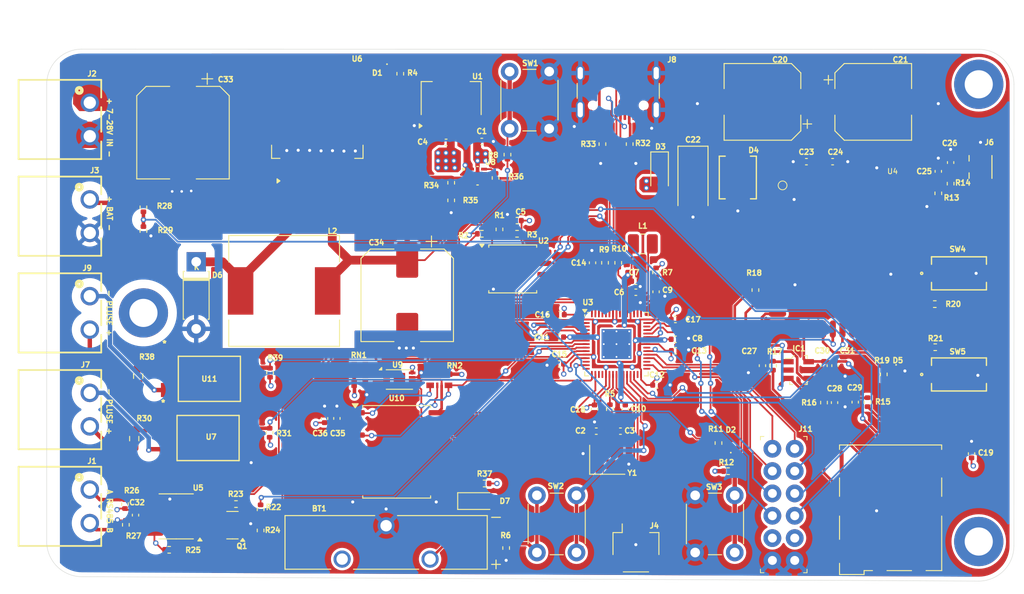
<source format=kicad_pcb>
(kicad_pcb (version 20240108) (generator "pcbnew") (generator_version "8.0")
  (layers (0 "F.Cu" signal) (1 "In1.Cu" power "GND") (2 "In2.Cu" power "POWER") (31 "B.Cu" signal) (34 "B.Paste" user) (35 "F.Paste" user) (36 "B.SilkS" user "B.Silkscreen") (37 "F.SilkS" user "F.Silkscreen") (38 "B.Mask" user) (39 "F.Mask" user) (44 "Edge.Cuts" user))
  (net 0 "")
  (net 1 "+1V1")
  (net 2 "GND")
  (net 3 "+3V3")
  (net 4 "/RP-2350/VREG_AVDD")
  (net 5 "/RP-2350/XIN")
  (net 6 "Net-(C3-Pad1)")
  (net 7 "/GSM_MODULE/4v")
  (net 8 "Net-(C25-Pad1)")
  (net 9 "Net-(C26-Pad1)")
  (net 10 "/GSM_MODULE/SIM_DATA")
  (net 11 "/GSM_MODULE/SIM_CLK")
  (net 12 "/GSM_MODULE/SIM_RST")
  (net 13 "/GSM_MODULE/SIM_VDD")
  (net 14 "+5V")
  (net 15 "/28-5Regulator/7-28v Input")
  (net 16 "Net-(D1-Pad1)")
  (net 17 "Net-(D2-Pad1)")
  (net 18 "Net-(D5-A)")
  (net 20 "Net-(D6-K)")
  (net 21 "/RP-2350/USB_D+")
  (net 24 "/RP-2350/USB_D-")
  (net 26 "/RP-2350/SWCLK")
  (net 27 "/RP-2350/SWD")
  (net 29 "Net-(J5-RST)")
  (net 30 "Net-(J5-CLK)")
  (net 40 "Net-(J5-I{slash}O)")
  (net 41 "Net-(J7-Pad2)")
  (net 42 "Net-(J7-Pad1)")
  (net 43 "Net-(J8-CC1)")
  (net 44 "/RS485/RS485_A")
  (net 45 "/RS485/RS485_B")
  (net 46 "/ADC/BAT+")
  (net 47 "/RP-2350/VREG_LX")
  (net 48 "Net-(Q1-G)")
  (net 49 "Net-(Q1-D)")
  (net 50 "/RP-2350/1USB_D+")
  (net 51 "/RP-2350/1USB_D-")
  (net 52 "/RP-2350/~{USB_BOOT}")
  (net 53 "/RP-2350/QSPI_SS")
  (net 54 "/RP-2350/FLASH_SS")
  (net 55 "/RP-2350/GPIO0")
  (net 57 "/RP-2350/XOUT")
  (net 58 "/GSM_MODULE/RF_ANT")
  (net 59 "/GSM_MODULE/Net_light")
  (net 60 "/GSM_MODULE/REST")
  (net 61 "/GSM_MODULE/PWRKEY")
  (net 62 "Net-(R20-Pad2)")
  (net 63 "Net-(J8-CC2)")
  (net 64 "/RP-2350/UART_TX1")
  (net 65 "/RP-2350/RS485_EN")
  (net 66 "/ADC/ADC")
  (net 67 "/RP-2350/GPIO2")
  (net 68 "/28-5Regulator/5V_BAT")
  (net 69 "/RP-2350/RUN")
  (net 71 "Net-(R6-Pad1)")
  (net 72 "Net-(R21-Pad2)")
  (net 73 "Net-(U8-PR1)")
  (net 74 "/GSM_MODULE/UART_RX")
  (net 75 "Net-(U8-ST)")
  (net 76 "/RP-2350/QSPI_SD1")
  (net 77 "/RP-2350/GPIO3")
  (net 78 "Net-(U3-GPIO24)")
  (net 79 "/GSM_MODULE/UART_TX")
  (net 80 "/RP-2350/UART_RX1")
  (net 81 "/RP-2350/QSPI_SD2")
  (net 82 "/RP-2350/QSPI_SCLK")
  (net 86 "/RP-2350/QSPI_SD0")
  (net 87 "/RP-2350/QSPI_SD3")
  (net 114 "/USB_TYPE_C/5V_USB")
  (net 115 "Net-(D7-K)")
  (net 116 "Net-(D7-A)")
  (net 117 "SDA")
  (net 118 "32K")
  (net 119 "SCL")
  (net 120 "SQW")
  (net 124 "Net-(U9-A0)")
  (net 125 "Net-(U9-A2)")
  (net 126 "Net-(U9-A1)")
  (net 128 "Net-(J9-Pad2)")
  (net 129 "Net-(J9-Pad1)")
  (net 130 "Net-(R22-Pad2)")
  (net 131 "Net-(R30-Pad2)")
  (net 132 "Net-(R38-Pad2)")
  (net 133 "/SPI0_SCK")
  (net 134 "/I2C1_SCL")
  (net 135 "/SPI0_MISO")
  (net 136 "/SPI0_MOSI")
  (net 137 "/I2C1_SDA")
  (net 138 "/SPI0_CS")
  (net 139 "/GPIO28")
  (net 140 "/GPIO27")
  (net 141 "Net-(U3-GPIO10)")
  (footprint "Resistor_SMD:R_0402_1005Metric" (layer "F.Cu") (at 194.4 73.2 90)
    (property "Reference" "R16")
    (property "Value" "22R")
  )
  (footprint "Resistor_SMD:R_0402_1005Metric" (layer "F.Cu") (at 157.49 53.5 -90)
    (property "Reference" "R1")
    (property "Value" "DNF")
  )
  (footprint "LED_SMD:LED_0402_1005Metric" (layer "F.Cu") (at 202.6 70 -90)
    (property "Reference" "D5")
    (property "Value" "LED")
  )
  (footprint "Resistor_SMD:R_0402_1005Metric" (layer "F.Cu") (at 208.8 48.3 -90)
    (property "Reference" "R14")
    (property "Value" "0R")
  )
  (footprint "mergened_footprints:C_ARRAY_EXB28V_PAN" (layer "F.Cu") (at 150.65 70.6 90)
    (property "Reference" "RN2")
    (property "Value" "EXB28V472JX")
  )
  (footprint "Resistor_SMD:R_0402_1005Metric" (layer "F.Cu") (at 155.49 54)
    (property "Reference" "R2")
    (property "Value" "0R")
  )
  (footprint "Capacitor_SMD:C_0402_1005Metric" (layer "F.Cu") (at 177.5 66)
    (property "Reference" "C8")
    (property "Value" "100n")
  )
  (footprint "stajHidro:HRS_U.FL-R-SMT-1_10_" (layer "F.Cu") (at 212.2 46.4 -90)
    (property "Reference" "J6")
    (property "Value" "U.FL-R-SMT-1_10_" (hide yes))
  )
  (footprint "Capacitor_SMD:C_0402_1005Metric" (layer "F.Cu") (at 151.42 43.6 180)
    (property "Reference" "C4")
    (property "Value" "10u")
  )
  (footprint "Capacitor_SMD:C_0402_1005Metric" (layer "F.Cu") (at 208.8 45.9 90)
    (property "Reference" "C26")
    (property "Value" "~")
  )
  (footprint "Resistor_SMD:R_0402_1005Metric" (layer "F.Cu") (at 207.4 49.4 -90)
    (property "Reference" "R13")
    (property "Value" "0R")
  )
  (footprint "Resistor_SMD:R_0402_1005Metric" (layer "F.Cu") (at 127.525 84.739999)
    (property "Reference" "R23")
    (property "Value" "0R")
  )
  (footprint "Resistor_SMD:R_0402_1005Metric" (layer "F.Cu") (at 171 57.3 -90)
    (property "Reference" "R10")
    (property "Value" "27")
  )
  (footprint "Connector_USB:USB_C_Receptacle_GCT_USB4105-xx-A_16P_TopMnt_Horizontal" (layer "F.Cu") (at 171 36.8 180)
    (property "Reference" "J8")
    (property "Value" "USB_C_Receptacle_USB2.0_16P")
  )
  (footprint "Resistor_SMD:R_0402_1005Metric" (layer "F.Cu") (at 175.3 58.4 -90)
    (property "Reference" "R7")
    (property "Value" "33")
  )
  (footprint "Capacitor_SMD:C_0402_1005Metric" (layer "F.Cu") (at 175.4 71.2)
    (property "Reference" "C12")
    (property "Value" "100n")
  )
  (footprint "Resistor_SMD:R_0402_1005Metric" (layer "F.Cu") (at 114.9 84.739999 90)
    (property "Reference" "R26")
    (property "Value" "10K")
  )
  (footprint "Capacitor_SMD:C_0402_1005Metric" (layer "F.Cu") (at 173 60.65)
    (property "Reference" "C6")
    (property "Value" "4.7u")
  )
  (footprint "Capacitor_SMD:C_0402_1005Metric" (layer "F.Cu") (at 195.65 69 -90)
    (property "Reference" "C31")
    (property "Value" "1uF")
  )
  (footprint "Capacitor_SMD:C_0402_1005Metric" (layer "F.Cu") (at 207.4 46.9 90)
    (property "Reference" "C25")
    (property "Value" "~")
  )
  (footprint "Package_SO:SOIC-8_3.9x4.9mm_P1.27mm" (layer "F.Cu") (at 120.725 86.139999 180)
    (property "Reference" "U5")
    (property "Value" "Max3075EESA")
  )
  (footprint "Capacitor_SMD:CP_Elec_10x10" (layer "F.Cu") (at 147 61 -90)
    (property "Reference" "C34")
    (property "Value" "220uF")
  )
  (footprint "Capacitor_SMD:C_0402_1005Metric" (layer "F.Cu") (at 194.4 69 -90)
    (property "Reference" "C30")
    (property "Value" "33pF")
  )
  (footprint "mergened_footprints:691322310002" (layer "F.Cu") (at 110.9 63 -90)
    (property "Reference" "J9")
    (property "Value" "691322310002")
    (property "VALUE" "691322310002" (hide yes))
  )
  (footprint "Capacitor_SMD:C_0402_1005Metric" (layer "F.Cu") (at 173 59.4)
    (property "Reference" "C7")
    (property "Value" "4.7u")
  )
  (footprint "Resistor_SMD:R_0402_1005Metric" (layer "F.Cu") (at 186.6 60.4 -90)
    (property "Reference" "R18")
    (property "Value" "15K")
  )
  (footprint "mergened_footprints:691322310002" (layer "F.Cu") (at 110.9 85 -90)
    (property "Reference" "J1")
    (property "Value" "691322310002")
    (property "VALUE" "691322310002" (hide yes))
  )
  (footprint "Resistor_SMD:R_0402_1005Metric" (layer "F.Cu") (at 130.325 87.739999 -90)
    (property "Reference" "R24")
    (property "Value" "10K")
  )
  (footprint "Package_SO:SOIC-8_5.23x5.23mm_P1.27mm" (layer "F.Cu") (at 159 58)
    (property "Reference" "U2")
    (property "Value" "W25Q128JVS")
  )
  (footprint "Package_SO:SOIC-16W_7.5x10.3mm_P1.27mm" (layer "F.Cu") (at 145.8 78.8)
    (property "Reference" "U10")
    (property "Value" "DS3231M")
  )
  (footprint "MountingHole:MountingHole_3.2mm_M3_DIN965_Pad" (layer "F.Cu") (at 212 89)
    (property "Reference" "H4")
    (property "Value" "MountingHole")
  )
  (footprint "Resistor_SMD:R_0402_1005Metric" (layer "F.Cu") (at 158.25 89.74 -90)
    (property "Reference" "R6")
    (property "Value" "1k")
  )
  (footprint "Capacitor_SMD:C_0402_1005Metric" (layer "F.Cu") (at 168.3 73.95 -90)
    (property "Reference" "C18")
    (property "Value" "100n")
  )
  (footprint "Capacitor_Tantalum_SMD:CP_EIA-6032-15_Kemet-U" (layer "F.Cu") (at 179.5 47.8 -90)
    (property "Reference" "C22")
    (property "Value" "C_Small")
  )
  (footprint "digikey-footprints:SOT23-6L" (layer "F.Cu") (at 191.5 69.5 -90)
    (property "Reference" "IC1")
    (property "Value" "DALC208SC6")
  )
  (footprint "mergened_footprints:SMB-2_4P60X3P95_ONS" (layer "F.Cu") (at 184.6 47.6 -90)
    (property "Reference" "D4")
    (property "Value" "D_Zener")
  )
  (footprint "Resistor_SMD:R_0402_1005Metric" (layer "F.Cu") (at 157.05 47.65 90)
    (property "Reference" "R36")
    (property "Value" "4.7k")
  )
  (footprint "Package_TO_SOT_SMD:SOT-223-3_TabPin2" (layer "F.Cu") (at 152 38.6 90)
    (property "Reference" "U1")
    (property "Value" "NCP1117-3.3_SOT223")
  )
  (footprint "Resistor_SMD:R_0402_1005Metric" (layer "F.Cu") (at 169.495 57.3 -90)
    (property "Reference" "R9")
    (property "Value" "27")
  )
  (footprint "Diode_SMD:D_0402_1005Metric" (layer "F.Cu") (at 144.7 35.8 -90)
    (property "Reference" "D1")
    (property "Value" "LG_L29K-G2J1-24-Z")
  )
  (footprint "Capacitor_SMD:C_0402_1005Metric" (layer "F.Cu") (at 195.6 73.2 -90)
    (property "Reference" "C28")
    (property "Value" "33pF")
  )
  (footprint "Capacitor_SMD:C_0402_1005Metric" (layer "F.Cu") (at 197.95 73.15 -90)
    (property "Reference" "C29")
    (property "Value" "33pF")
  )
  (footprint "Resistor_SMD:R_0402_1005Metric" (layer "F.Cu") (at 117 53.69 -90)
    (property "Reference" "R29")
    (property "Value" "1K")
  )
  (footprint "Capacitor_SMD:C_0402_1005Metric" (layer "F.Cu") (at 171.25 76.45)
    (property "Reference" "C3")
    (property "Value" "15p")
  )
  (footprint "Resistor_SMD:R_0402_1005Metric" (layer "F.Cu") (at 130.325 85.339999 -90)
    (property "Reference" "R22")
    (property "Value" "0R")
  )
  (footprint "Capacitor_SMD:C_0402_1005Metric" (layer "F.Cu") (at 171.8 73.95 -90)
    (property "Reference" "C10")
    (property "Value" "4.7u")
  )
  (footprint "Capacitor_SMD:C_0402_1005Metric" (layer "F.Cu") (at 211.18 79.005 90)
    (property "Reference" "C19")
    (property "Value" "10u")
  )
  (footprint "Resistor_SMD:R_0402_1005Metric" (layer "F.Cu") (at 158.4 45 90)
    (property "Reference" "R8")
    (property "Value" "1k")
  )
  (footprint "Resistor_SMD:R_0402_1005Metric" (layer "F.Cu") (at 201.2 69.99 -90)
    (property "Reference" "R19")
    (property "Value" "1K")
  )
  (footprint "Resistor_SMD:R_0402_1005Metric" (layer "F.Cu") (at 207.05 66.9)
    (property "Reference" "R21")
    (property "Value" "1K")
  )
  (footprint "mergened_footprints:691322310002" (layer "F.Cu") (at 110.9 74 -90)
    (property "Reference" "J7")
    (property "Value" "691322310002")
    (property "VALUE" "691322310002" (hide yes))
  )
  (footprint "mergened_footprints:EL8171-S1-TU_EVE" (layer "F.Cu") (at 124.3514 77.23)
    (property "Reference" "U7")
    (property "Value" "EL8171S1TU-G")
  )
  (footprint "Resistor_SMD:R_0402_1005Metric" (layer "F.Cu") (at 172.3 43.8 -90)
    (property "Reference" "R32")
    (property "Value" "5k1")
  )
  (footprint "Diode_THT:D_DO-41_SOD81_P7.62mm_Horizontal" (layer "F.Cu") (at 123 57.19 -90)
    (property "Reference" "D6")
    (property "Value" "1N5824")
  )
  (footprint "MountingHole:MountingHole_3.2mm_M3_DIN965_Pad" (layer "F.Cu") (at 212 37)
    (property "Reference" "H3")
    (property "Value" "MountingHole")
  )
  (footprint "Capacitor_SMD:C_0402_1005Metric" (layer "F.Cu") (at 155.48 43.5)
    (property "Reference" "C1")
    (property "Value" "10u")
  )
  (footprint "stajHidro:SW_PTS636_CNK" (layer "F.Cu") (at 209.749999 70)
    (property "Reference" "SW5")
    (property "Value" "BTN_DEACTIVE")
  )
  (footprint "Capacitor_SMD:C_0402_1005Metric" (layer "F.Cu") (at 164.3 65.75 180)
    (property "Reference" "C11")
    (property "Value" "100n")
  )
  (footprint "Resistor_SMD:R_0603_1608Metric_Pad0.98x0.95mm_HandSolder" (layer "F.Cu") (at 116.4 70.2 90)
    (property "Reference" "R38")
    (property "Value" "R")
  )
  (footprint "digikey-footprints:PinHeader_6x2_P2.54mm_Vertical" (layer "F.Cu") (at 191.07 91.15 180)
    (property "Reference" "J11")
    (property "Value" "67996-412HLF")
  )
  (footprint "Resistor_SMD:R_0402_1005Metric" (layer "F.Cu") (at 159.49 54 180)
    (property "Reference" "R3")
    (property "Value" "DNF")
  )
  (footprint "mergened_footprints:EL8171-S1-TU_EVE" (layer "F.Cu") (at 124.5 70.5)
    (property "Reference" "U11")
    (property "Value" "EL8171S1TU-G")
  )
  (footprint "Resistor_SMD:R_0402_1005Metric" (layer "F.Cu") (at 146.21 35.8 -90)
    (property "Reference" "R4")
    (property "Value" "1k")
  )
  (footprint "Package_TO_SOT_SMD:SOT-23" (layer "F.Cu") (at 127.125 87.139999 180)
    (property "Reference" "Q1")
    (property "Value" "BSN20")
  )
  (footprint "mergened_footprints:691322310002" (layer "F.Cu") (at 110.9 41 -90)
    (property "Reference" "J2")
    (property "Value" "691322310002")
    (property "VALUE" "691322310002" (hide yes))
  )
  (footprint "Button_Switch_THT:SW_PUSH_6mm_H5mm" (layer "F.Cu") (at 161.75 90.25 90)
    (property "Reference" "SW2")
    (property "Value" "SW_Push")
  )
  (footprint "Diode_SMD:D_SOD-123F" (layer "F.Cu") (at 175.7 46.9 -90)
    (property "Reference" "D3")
    (property "Value" "D")
  )
  (footprint "Capacitor_SMD:C_0402_1005Metric" (layer "F.Cu") (at 139 75 90)
    (property "Reference" "C35")
    (property "Value" "0.1u")
  )
  (footprint "Capacitor_SMD:C_0402_1005Metric" (layer "F.Cu") (at 168.5 76.45 180)
    (property "Reference" "C2")
    (property "Value" "15p")
  )
  (footprint "Resistor_SMD:R_0402_1005Metric" (layer "F.Cu") (at 131.3514 76.63 90)
    (property "Reference" "R31")
    (property "Value" "10k")
  )
  (footprint "mergened_footprints:C_ARRAY_EXB28V_PAN" (layer "F.Cu") (at 141.6 70.05 180)
    (property "Reference" "RN1")
    (property "Value" "EXB28V472JX")
  )
  (footprint "Button_Switch_THT:SW_PUSH_6mm_H5mm" (layer "F.Cu") (at 179.75 90.25 90)
    (property "Reference" "SW3")
    (property "Value" "SW_Push")
  )
  (footprint "Capacitor_SMD:C_0402_1005Metric" (layer "F.Cu") (at 116.1 86 -90)
    (property "Reference" "C32")
    (property "Value" "100nF")
  )
  (footprint "Resistor_SMD:R_0603_1608Metric_Pad0.98x0.95mm_HandSolder" (layer "F.Cu") (at 115.9514 77.296327 90)
    (property "Reference" "R30")
    (property "Value" "R")
  )
  (footprint "stajHidro:SW_PTS636_CNK" (layer "F.Cu") (at 209.750001 58.5)
    (property "Reference" "SW4")
    (property "Value" "BTN_DEACTIVE")
  )
  (footprint "Connector_JAE:JAE_SIM_Card_SF72S006" (layer "F.Cu") (at 202.96 83.29)
    (property "Reference" "J5" (hide yes))
    (property "Value" "JAE_SIM_Card_SF72S006")
  )
  (footprint "mergened_footprints:691322310002" (layer "F.Cu") (at 110.9 52 -90)
    (property "Reference" "J3")
    (property "Value" "691322310002")
    (property "VALUE" "691322310002" (hide yes))
  )
  (footprint "Resistor_SMD:R_0402_1005Metric" (layer "F.Cu") (at 182.4 77.8 90)
    (property "Reference" "R11")
    (property "Value" "1k")
  )
  (footprint "Connector_JST:JST_SH_SM03B-SRSS-TB_1x03-1MP_P1.00mm_Horizontal" (layer "F.Cu") (at 173.0125 89.76875)
    (property "Reference" "J4")
    (property "Value" "SM03B-SRSS-TB")
  )
  (footprint "Resistor_SMD:R_0402_1005Metric" (layer "F.Cu") (at 152 48.2 -90)
    (property "Reference" "R34")
    (property "Value" "10k")
  )
  (footprint "Resistor_SMD:R_0402_1005Metric" (layer "F.Cu") (at 152 50.2 -90)
    (property "Reference" "R35")
    (property "Value" "3k")
  )
  (footprint "Package_TO_SOT_SMD:TO-263-5_TabPin3" (layer "F.Cu") (at 136.775 40.6 90)
    (property "Reference" "U6")
    (property "Value" "LM2596S-5")
  )
  (footprint "Diode_SMD:D_0402_1005Metric" (layer "F.Cu") (at 183.8 77.8 90)
    (property "Reference" "D2")
    (property "Value" "LG_L29K-G2J1-24-Z")
  )
  (footprint "Package_DFN_QFN:QFN-60-1EP_7x7mm_P0.4mm_EP3.4x3.4mm_ThermalVias" (layer "F.Cu") (at 170.8 66.55)
    (property "Reference" "U3")
    (property "Value" "RP2350_60QFN")
  )
  (footprint "Resistor_SMD:R_0402_1005Metric" (layer "F.Cu") (at 117 50.99 -90)
    (property "Reference" "R28")
    (property "Value" "5K")
  )
  (footprint "Capacitor_SMD:C_0402_1005Metric" (layer "F.Cu") (at 164.3 68.8 180)
    (property "Reference" "C15")
    (property "Value" "100n")
  )
  (footprint "Resistor_SMD:R_0402_1005Metric" (layer "F.Cu") (at 199.35 73.15 90)
    (property "Reference" "R15")
    (property "Value" "22R")
  )
  (footprint "Resistor_SMD:R_0402_1005Metric" (layer "F.Cu") (at 119.925 89.939999)
    (property "Reference" "R25")
    (property "Value" "10K")
  )
  (footprint "Resistor_SMD:R_0402_1005Metric" (layer "F.Cu") (at 170.05 73.95 -90)
    (property "Reference" "R5")
    (property "Value" "1k")
  )
  (footprint "Button_Switch_THT:SW_PUSH_6mm_H5mm" (layer "F.Cu") (at 163.15 35.55 -90)
    (property "Reference" "SW1")
    (property "Value" "SW_Push")
  )
  (footprint "Resistor_SMD:R_0402_1005Metric" (layer "F.Cu") (at 183.49 81)
    (property "Reference" "R12")
    (property "Value" "10k")
  )
  (footprint "mergened_footprints:BAT_1074" (layer "F.Cu") (at 144.6 89.1 180)
    (property "Reference" "BT1")
    (property "Value" "1074")
  )
  (footprint "Capacitor_SMD:C_0402_1005Metric" (layer "F.Cu") (at 137.6 75 90)
    (property "Reference" "C36")
    (property "Value" "1u")
  )
  (footprint "Resistor_SMD:R_0402_1005Metric" (layer "F.Cu") (at 169.2 43.8 -90)
    (property "Reference" "R33")
    (property "Value" "5k1")
  )
  (footprint "Diode_SMD:Nexperia_CFP3_SOD-123W" (layer "F.Cu") (at 155 84.4)
    (property "Reference" "D7")
    (property "Value" "1N4148")
  )
  (footprint "Resistor_SMD:R_0402_1005Metric" (layer "F.Cu") (at 155.8 82.4 180)
    (property "Reference" "R37")
    (property "Value" "220")
  )
  (footprint "Inductor_SMD:L_12x12mm_H8mm" (layer "F.Cu") (at 133 60.5 180)
    (property "Reference" "L2")
    (property "Value" "33uH")
  )
  (footprint "Capacitor_SMD:CP_Elec_10x10" (layer "F.Cu") (at 121.5 42.5 -90)
    (property "Reference" "C33")
    (property "Value" "680uF")
  )
  (footprint "Capacitor_SMD:C_0402_1005Metric" (layer "F.Cu") (at 175.3 60.6 -90)
    (property "Reference" "C9")
    (property "Value" "4.7u")
  )
  (footprint "Resistor_SMD:R_0402_1005Metric" (layer "F.Cu") (at 115 87.1 90)
    (property "Reference" "R27")
    (property "Value" "10K")
  )
  (footprint "Capacitor_SMD:CP_Elec_8x10.5" (layer "F.Cu") (at 200 39)
    (property "Reference" "C21")
    (property "Value" "470uF")
  )
  (footprint "Capacitor_SMD:C_0402_1005Metric" (layer "F.Cu") (at 177.52 67.3)
    (property "Reference" "C13")
    (property "Value" "100n")
  )
  (footprint "Capacitor_SMD:C_0402_1005Metric" (layer "F.Cu") (at 164.38 63.2 180)
    (property "Reference" "C16")
    (property "Value" "100n")
  )
  (footprint "Capacitor_SMD:C_0402_1005Metric" (layer "F.Cu") (at 168.075 57.3 90)
    (property "Reference" "C14")
    (property "Value" "100n")
  )
  (footprint "Inductor_SMD:L_1008_2520Metric" (layer "F.Cu") (at 173.8 55.15)
    (property "Reference" "L1")
    (property "Value" "3.3u")
  )
  (footprint "Capacitor_SMD:C_0402_1005Metric" (layer "F.Cu") (at 195.38 45.8)
    (property "Reference" "C24")
    (property "Value" "33pF")
  )
  (footprint "mergened_footprints:SOTFL50P160X60-8N" (layer "F.Cu") (at 155 47.4)
    (property "Reference" "U8")
    (property "Value" "TPS2117DRLR")
  )
  (footprint "Resistor_SMD:R_0402_1005Metric" (layer "F.Cu") (at 188.6 69 90)
    (property "Reference" "R17")
    (property "Value" "22R")
  )
  (footprint "Package_DFN_QFN:DFN-8-1EP_3x2mm_P0.5mm_EP1.3x1.5mm" (layer "F.Cu") (at 146.1125 70.575)
    (property "Reference" "U9")
    (property "Value" "AT24CS01-MAHM")
  )
  (footprint "Capacitor_SMD:C_0402_1005Metric" (layer "F.Cu") (at 177.5 63.75)
    (property "Reference" "C17")
    (property "Value" "100n")
  )
  (footprint "MountingHole:MountingHole_3.2mm_M3_DIN965_Pad" (layer "F.Cu") (at 117 63)
    (property "Reference" "H2")
    (property "Value" "MountingHole")
  )
  (footprint "Resistor_SMD:R_0402_1005Metric" (layer "F.Cu") (at 131.4 69.8 90)
    (property "Reference" "R39")
    (property "Value" "10k")
  )
  (footprint "Capacitor_SMD:C_0402_1005Metric" (layer "F.Cu") (at 159.49 52.5 180)
    (property "Reference" "C5")
    (property "Value" "100n")
  )
  (footprint "Capacitor_SMD:C_0402_1005Metric" (layer "F.Cu") (at 187.4 69 -90)
    (property "Reference" "C27")
    (property "Value" "33pF")
  )
  (footprint "Capacitor_SMD:C_0402_1005Metric" (layer "F.Cu") (at 192.4 45.8 180)
    (property "Reference" "C23")
    (property "Value" "0.1uF")
  )
  (footprint "Capacitor_SMD:CP_Elec_8x10.5" (layer "F.Cu") (at 187.4 39 180)
    (property "Reference" "C20")
    (property "Value" "100uF")
  )
  (footprint "Crystal:Crystal_SMD_3225-4Pin_3.2x2.5mm" (layer "F.Cu") (at 169.75 79.7)
    (property "Reference" "Y1")
    (property "Value" "ABM8-272-T3")
  )
  (footprint "Resistor_SMD:R_0402_1005Metric" (layer "F.Cu") (at 207 62)
    (property "Reference" "R20")
    (property "Value" "1K")
  )
  (footprint "mergened_footprints:MG2608" (layer "F.Cu") (at 196.5 56.5)
    (property "Reference" "U4")
    (property "Value" "~")
  )
  (gr_line (start 106 89) (end 106 37) (stroke (width 0.05)) (layer "Edge.Cuts"))
  (gr_arc (start 106 37) (mid 107.171573 34.171573) (end 110 33) (stroke (width 0.05)) (layer "Edge.Cuts"))
  (gr_arc (start 110 93) (mid 107.171573 91.828427) (end 106 89) (stroke (width 0.05)) (layer "Edge.Cuts"))
  (gr_line (start 216 89.5) (end 216.007659 37.023196) (stroke (width 0.05)) (layer "Edge.Cuts"))
  (gr_arc (start 212.007659 33.023196) (mid 214.836086 34.194769) (end 216.007659 37.023196) (stroke (width 0.05)) (layer "Edge.Cuts"))
  (gr_line (start 110 33) (end 212.007659 33.023196) (stroke (width 0.05)) (layer "Edge.Cuts"))
  (gr_arc (start 216 89.5) (mid 214.828427 92.328427) (end 212 93.5) (stroke (width 0.05)) (layer "Edge.Cuts"))
  (gr_line (start 110 93) (end 212 93.5) (stroke (width 0.05)) (layer "Edge.Cuts"))
  (gr_text "+ BAT -\n" (at 112.8 49.6 270) (layer "F.SilkS") (effects (font (size 0.6 0.6) (thickness 0.15) (bold yes)) (justify left bottom)))
  (gr_text "- PLUSE +\n \n" (at 111.8 71.5 270) (layer "F.SilkS") (effects (font (size 0.6 0.6) (thickness 0.15) (bold yes)) (justify left bottom)))
  (gr_text " + 7-28V IN -\n" (at 112.8 38 270) (layer "F.SilkS") (effects (font (size 0.6 0.6) (thickness 0.15) (bold yes)) (justify left bottom)))
  (gr_text "- PLUSE +\n \n" (at 111.8 60.3 270) (layer "F.SilkS") (effects (font (size 0.6 0.6) (thickness 0.15) (bold yes)) (justify left bottom)))
  (gr_text "A RS485 B\n" (at 112.8 83 270) (layer "F.SilkS") (effects (font (size 0.6 0.6) (thickness 0.15) (bold yes)) (justify left bottom)))
  (segment (start 171.3 72.6) (end 171.3 72.05) (width 0.2) (layer "F.Cu") (net 1))
  (segment (start 171.8 73.47) (end 171.3 72.97) (width 0.2) (layer "F.Cu") (net 1))
  (segment (start 171.99 59.93) (end 171.99 63.09) (width 0.2) (layer "F.Cu") (net 1))
  (segment (start 177.02 66) (end 176.35 66) (width 0.2) (layer "F.Cu") (net 1))
  (segment (start 176.35 66) (end 176.275 66.075) (width 0.2) (layer "F.Cu") (net 1))
  (segment (start 171.3 72.05) (end 170.8 71.55) (width 0.2) (layer "F.Cu") (net 1))
  (segment (start 171.3 72.97) (end 171.3 72.6) (width 0.2) (layer "F.Cu") (net 1))
  (segment (start 167.35 65.75) (end 165.5 65.75) (width 0.2) (layer "F.Cu") (net 1))
  (segment (start 171.99 63.09) (end 172 63.1) (width 0.2) (layer "F.Cu") (net 1))
  (segment (start 172.725 55.15) (end 172.52 55.355) (width 0.2) (layer "F.Cu") (net 1))
  (segment (start 172.52 59.4) (end 171.99 59.93) (width 0.2) (layer "F.Cu") (net 1))
  (segment (start 170.8 71.55) (end 170.8 70) (width 0.2) (layer "F.Cu") (net 1))
  (segment (start 172.52 55.355) (end 172.52 59.4) (width 0.2) (layer "F.Cu") (net 1))
  (segment (start 176.275 66.075) (end 176.2 66.15) (width 0.2) (layer "F.Cu") (net 1))
  (segment (start 165.5 65.75) (end 164.78 65.75) (width 0.2) (layer "F.Cu") (net 1))
  (segment (start 176.2 66.15) (end 174.25 66.15) (width 0.2) (layer "F.Cu") (net 1))
  (via (at 176.275 66.075) (size 0.6) (drill 0.35) (layers "F.Cu" "B.Cu") (net 1))
  (via (at 171.3 72.6) (size 0.6) (drill 0.35) (layers "F.Cu" "B.Cu") (net 1))
  (via (at 172.1 58.7) (size 0.6) (drill 0.35) (layers "F.Cu" "B.Cu") (net 1))
  (via (at 171.7 64.4) (size 0.6) (drill 0.35) (layers "F.Cu" "B.Cu") (net 1))
  (via (at 172.957538 66.143208) (size 0.6) (drill 0.35) (layers "F.Cu" "B.Cu") (net 1))
  (via (at 168.628373 65.78156) (size 0.6) (drill 0.35) (layers "F.Cu" "B.Cu") (net 1))
  (via (at 165.5 65.75) (size 0.6) (drill 0.35) (layers "F.Cu" "B.Cu") (net 1))
  (via (at 171.114129 68.705719) (size 0.5) (drill 0.25) (layers "F.Cu" "B.Cu") (net 1))
  (segment (start 171.3 72.6) (end 171.3 68.89159) (width 0.6) (layer "B.Cu") (net 1))
  (segment (start 171.7 59.1) (end 172.1 58.7) (width 0.6) (layer "B.Cu") (net 1))
  (segment (start 176.275 66.075) (end 173.025746 66.075) (width 0.6) (layer "B.Cu") (net 1))
  (segment (start 171.7 64.4) (end 171.7 59.1) (width 0.6) (layer "B.Cu") (net 1))
  (segment (start 165.5 65.75) (end 168.596813 65.75) (width 0.6) (layer "B.Cu") (net 1))
  (segment (start 173.025746 66.075) (end 172.957538 66.143208) (width 0.6) (layer "B.Cu") (net 1))
  (segment (start 171.3 68.89159) (end 171.114129 68.705719) (width 0.6) (layer "B.Cu") (net 1))
  (segment (start 168.596813 65.75) (end 168.628373 65.78156) (width 0.6) (layer "B.Cu") (net 1))
  (segment (start 184.6 49.5939) (end 184.6 51.4) (width 0.4) (layer "F.Cu") (net 2))
  (segment (start 211.18 78.525) (end 211.18 77.605) (width 0.2) (layer "F.Cu") (net 2))
  (segment (start 212.2 44.925) (end 212.2 43.6) (width 0.2) (layer "F.Cu") (net 2))
  (segment (start 173.48 60.02) (end 173.5 60) (width 0.2) (layer "F.Cu") (net 2))
  (segment (start 150.94 42.99) (end 149.7 41.75) (width 0.4) (layer "F.Cu") (net 2))
  (segment (start 147.85 41.75) (end 147.8 41.7) (width 0.4) (layer "F.Cu") (net 2))
  (segment (start 154.05 46.65) (end 153.6 46.2) (width 0.2) (layer "F.Cu") (net 2))
  (segment (start 197.9 73.68) (end 197.95 73.63) (width 0.4) (layer "F.Cu") (net 2))
  (segment (start 172.3 45.3) (end 173 46) (width 0.3) (layer "F.Cu") (net 2))
  (segment (start 114.97 86.6) (end 114.1 86.6) (width 0.2) (layer "F.Cu") (net 2))
  (segment (start 172.2 76.92) (end 172.2 80.2) (width 0.4) (layer "F.Cu") (net 2))
  (segment (start 168.02 76.45) (end 168.02 78.22) (width 0.4) (layer "F.Cu") (net 2))
  (segment (start 168.075 55.975) (end 168 55.9) (width 0.2) (layer "F.Cu") (net 2))
  (segment (start 167.15 78.85) (end 167 79) (width 0.4) (layer "F.Cu") (net 2))
  (segment (start 196.8 73.68) (end 197.9 73.68) (width 0.4) (layer "F.Cu") (net 2))
  (segment (start 207.2 39) (end 207.4 39.2) (width 0.4) (layer "F.Cu") (net 2))
  (segment (start 171.8 76.38) (end 171.73 76.45) (width 0.4) (layer "F.Cu") (net 2))
  (segment (start 183.7 39) (end 180.2 39) (width 0.4) (layer "F.Cu") (net 2))
  (segment (start 206 51) (end 206.1 50.9) (width 0.4) (layer "F.Cu") (net 2))
  (segment (start 213 70) (end 212 70) (width 0.4) (layer "F.Cu") (net 2))
  (segment (start 173 89.35625) (end 173.0125 89.34375) (width 0.2) (layer "F.Cu") (net 2))
  (segment (start 150.45 79.435) (end 150.45 78.165) (width 0.4) (layer "F.Cu") (net 2))
  (segment (start 177.98 66) (end 178.9 66) (width 0.2) (layer "F.Cu") (net 2))
  (segment (start 163.82 68.8) (end 163.05 68.8) (width 0.2) (layer "F.Cu") (net 2))
  (segment (start 207.4 46.42) (end 207.4 45.4) (width 0.2) (layer "F.Cu") (net 2))
  (segment (start 141.15 79.435) (end 141.15 83.245) (width 0.6) (layer "F.Cu") (net 2))
  (segment (start 147.5625 70.325) (end 148.075 70.325) (width 0.2) (layer "F.Cu") (net 2))
  (segment (start 173.48 60.65) (end 173.48 60.02) (width 0.2) (layer "F.Cu") (net 2))
  (segment (start 173.48 59.98) (end 173.5 60) (width 0.2) (layer "F.Cu") (net 2))
  (segment (start 144.6 87.2) (end 144.6 85.3) (width 0.2) (layer "F.Cu") (net 2))
  (segment (start 117.81 54.2) (end 117.85 54.24) (width 0.4) (layer "F.Cu") (net 2))
  (segment (start 196.5 46.4) (end 196.5 48.15) (width 0.4) (layer "F.Cu") (net 2))
  (segment (start 174.2 40.48) (end 174.2 41.4) (width 0.4) (layer "F.Cu") (net 2))
  (segment (start 194.4 69.48) (end 195.65 69.48) (width 0.4) (layer "F.Cu") (net 2))
  (segment (start 194.38 69.5) (end 194.4 69.48) (width 0.4) (layer "F.Cu") (net 2))
  (segment (start 168 75.8) (end 168 76.43) (width 0.4) (layer "F.Cu") (net 2))
  (segment (start 167.8 40.48) (end 167.72 40.48) (width 0.4) (layer "F.Cu") (net 2))
  (segment (start 203.9 58.7) (end 202.1 58.7) (width 0.4) (layer "F.Cu") (net 2))
  (segment (start 196.08 69.48) (end 196.8 70.2) (width 0.2) (layer "F.Cu") (net 2))
  (segment (start 189.1 49.9) (end 190.8 49.9) (width 0.4) (layer "F.Cu") (net 2))
  (segment (start 177.98 63.75) (end 178.85 63.75) (width 0.2) (layer "F.Cu") (net 2))
  (segment (start 141.15 83.245) (end 141.15 84.15) (width 0.6) (layer "F.Cu") (net 2))
  (segment (start 163.9 63.2) (end 162.93 63.2) (width 0.2) (layer "F.Cu") (net 2))
  (segment (start 175.3125 91.64375) (end 173.0125 89.34375) (width 0.2) (layer "F.Cu") (net 2))
  (segment (start 162.93 63.2) (end 162.88 63.15) (width 0.2) (layer "F.Cu") (net 2))
  (segment (start 200.1 46.5) (end 199.8 46.8) (width 0.4) (layer "F.Cu") (net 2))
  (segment (start 168.3 75.4) (end 168.3 75.5) (width 0.4) (layer "F.Cu") (net 2))
  (segment (start 170.85 80.55) (end 171.85 80.55) (width 0.4) (layer "F.Cu") (net 2))
  (segment (start 114.1 86.6) (end 114.045 86.545) (width 0.2) (layer "F.Cu") (net 2))
  (segment (start 175.88 71.2) (end 176.9 71.2) (width 0.2) (layer "F.Cu") (net 2))
  (segment (start 119.94 84.234999) (end 120 84.174999) (width 0.2) (layer "F.Cu") (net 2))
  (segment (start 129.2028 78.5) (end 129.2028 79.9814) (width 0.4) (layer "F.Cu") (net 2))
  (segment (start 186.12 69.48) (end 185.8 69.8) (width 0.4) (layer "F.Cu") (net 2))
  (segment (start 173.0125 89.34375) (end 173.0125 87.76875) (width 0.2) (layer "F.Cu") (net 2))
  (segment (start 180.2 39) (end 180 39.2) (width 0.4) (layer "F.Cu") (net 2))
  (segment (start 128.0625 86.189999) (end 128.415 86.189999) (width 0.2) (layer "F.Cu") (net 2))
  (segment (start 150.45 83.245) (end 150.45 84.35) (width 0.6) (layer "F.Cu") (net 2))
  (segment (start 158.25 90.25) (end 158.25 91.14) (width 0.2) (layer "F.Cu") (net 2))
  (segment (start 195.4 48.15) (end 195.4 46.6) (width 0.4) (layer "F.Cu") (net 2))
  (segment (start 156.405 59.905) (end 156.8 60.3) (width 0.2) (layer "F.Cu") (net 2))
  (segment (start 192.65 69.5) (end 194.38 69.5) (width 0.4) (layer "F.Cu") (net 2))
  (segment (start 178 67.3) (end 178.9 67.3) (width 0.2) (layer "F.Cu") (net 2))
  (segment (start 163.05 68.8) (end 162.9 68.95) (width 0.2) (layer "F.Cu") (net 2))
  (segment (start 144.7 36.285) (end 139.94 36.285) (width 0.2) (layer "F.Cu") (net 2))
  (segment (start 197.1 45.8) (end 195.86 45.8) (width 0.4) (layer "F.Cu") (net 2))
  (segment (start 213.000002 58.5) (end 211.7 58.5) (width 0.4) (layer "F.Cu") (net 2))
  (segment (start 208.8 45.42) (end 208.8 44.4) (width 0.2) (layer "F.Cu") (net 2))
  (segment (start 173.48 59.4) (end 173.48 59.98) (width 0.2) (layer "F.Cu") (net 2))
  (segment (start 144.6625 71.325) (end 143.375 71.325) (width 0.2) (layer "F.Cu") (net 2))
  (segment (start 141.15 84.15) (end 140.8 84.5) (width 0.2) (layer "F.Cu") (net 2))
  (segment (start 172.3 44.31) (end 172.3 45.3) (width 0.3) (layer "F.Cu") (net 2))
  (segment (start 173.51 61.83) (end 173.2 62.14) (width 0.2) (layer "F.Cu") (net 2))
  (segment (start 150.45 79.435) (end 150.45 83.245) (width 0.6) (layer "F.Cu") (net 2))
  (segment (start 203.515 69.515) (end 203.6 69.6) (width 0.2) (layer "F.Cu") (net 2))
  (segment (start 152 50.71) (end 152 51.6) (width 0.4) (layer "F.Cu") (net 2))
  (segment (start 154.265 46.65) (end 154.05 46.65) (width 0.2) (layer "F.Cu") (net 2))
  (segment (start 117 54.2) (end 117.81 54.2) (width 0.4) (layer "F.Cu") (net 2))
  (segment (start 200.4 46.5) (end 200.1 46.5) (width 0.4) (layer "F.Cu") (net 2))
  (segment (start 148.075 70.325) (end 148.6 69.8) (width 0.2) (layer "F.Cu") (net 2))
  (segment (start 167.72 40.48) (end 166.4 41.8) (width 0.4) (layer "F.Cu") (net 2))
  (segment (start 191.92 45.8) (end 190.9 45.8) (width 0.4) (layer "F.Cu") (net 2))
  (segment (start 202.6 69.515) (end 203.515 69.515) (width 0.2) (layer "F.Cu") (net 2))
  (segment (start 202.1 58.7) (end 202 58.6) (width 0.4) (layer "F.Cu") (net 2))
  (segment (start 195.6 73.68) (end 196.8 73.68) (width 0.4) (layer "F.Cu") (net 2))
  (segment (start 174.2 41.4) (end 174.8 42) (width 0.4) (layer "F.Cu") (net 2))
  (segment (start 195.86 46.14) (end 195.86 45.8) (width 0.4) (layer "F.Cu") (net 2))
  (segment (start 155.4 59.905) (end 156.405 59.905) (width 0.2) (layer "F.Cu") (net 2))
  (segment (start 115.11 86.48) (end 115 86.59) (width 0.2) (layer "F.Cu") (net 2))
  (segment (start 178.9 66) (end 179 65.9) (width 0.2) (layer "F.Cu") (net 2))
  (segment (start 203.9 51) (end 206 51) (width 0.4) (layer "F.Cu") (net 2))
  (segment (start 137.6 74.52) (end 137.6 73.6) (width 0.2) (layer "F.Cu") (net 2))
  (segment (start 159.01 52.41) (end 158.4 51.8) (width 0.2) (layer "F.Cu") (net 2))
  (segment (start 173.2 62.14) (end 173.2 63.1) (width 0.2) (layer "F.Cu") (net 2))
  (segment (start 200.42 85.465) (end 200.38 85.505) (width 0.6) (layer "F.Cu") (net 2))
  (segment (start 150.45 84.35) (end 150.3 84.5) (width 0.2) (layer "F.Cu") (net 2))
  (segment (start 187.4 69.48) (end 186.12 69.48) (width 0.4) (layer "F.Cu") (net 2))
  (segment (start 168.3 74.43) (end 168.3 75.4) (width 0.4) (layer "F.Cu") (net 2))
  (segment (start 149.7 41.75) (end 147.85 41.75) (width 0.4) (layer "F.Cu") (net 2))
  (segment (start 150.94 43.6) (end 150.94 42.99) (width 0.4) (layer "F.Cu") (net 2))
  (segment (start 155.96 43.5) (end 156.8 43.5) (width 0.2) (layer "F.Cu") (net 2))
  (segment (start 168 76.43) (end 168.02 76.45) (width 0.4) (layer "F.Cu") (net 2))
  (segment (start 200.9 46.7) (end 200.7 46.5) (width 0.4) (layer "F.Cu") (net 2))
  (segment (start 168.3 75.5) (end 168 75.8) (width 0.4) (layer "F.Cu") (net 2))
  (segment (start 139.94 36.285) (end 139.55 36.675) (width 0.2) (layer "F.Cu") (net 2))
  (segment (start 197.1 45.8) (end 196.5 46.4) (width 0.4) (layer "F.Cu") (net 2))
  (segment (start 168.075 56.82) (end 168.075 55.975) (width 0.2) (layer "F.Cu") (net 2))
  (segment (start 200.7 46.5) (end 200.4 46.5) (width 0.4) (layer "F.Cu") (net 2))
  (segment (start 139 74.32) (end 139 73.6) (width 0.2) (layer "F.Cu") (net 2))
  (segment (start 118.25 84.234999) (end 119.94 84.234999) (width 0.2) (layer "F.Cu") (net 2))
  (segment (start 116.1 86.48) (end 115.11 86.48) (width 0.2) (layer "F.Cu") (net 2))
  (segment (start 199.8 46.8) (end 199.8 48.15) (width 0.4) (layer "F.Cu") (net 2))
  (segment (start 178.9 67.3) (end 179 67.2) (width 0.2) (layer "F.Cu") (net 2))
  (segment (start 195.65 69.48) (end 196.08 69.48) (width 0.2) (layer "F.Cu") (net 2))
  (segment (start 128.415 86.189999) (end 129.2 86.974999) (width 0.2) (layer "F.Cu") (net 2))
  (segment (start 171.85 80.55) (end 172.2 80.2) (width 0.4) (layer "F.Cu") (net 2))
  (segment (start 190.8 49.9) (end 191 50.1) (width 0.4) (layer "F.Cu") (net 2))
  (segment (start 212 70) (end 211.9 70.1) (width 0.4) (layer "F.Cu") (net 2))
  (segment (start 171.8 74.43) (end 171.8 76.38) (width 0.4) (layer "F.Cu") (net 2))
  (segment (start 166.4 41.8) (end 166 41.8) (width 0.4) (layer "F.Cu") (net 2))
  (segment (start 189.1 59.8) (end 191.1 59.8) (width 0.4) (layer "F.Cu") (net 2))
  (segment (start 200.9 48.15) (end 200.9 46.7) (width 0.4) (layer "F.Cu") (net 2))
  (segment (start 179.75 90.25) (end 179.75 83.75) (width 0.4) (layer "F.Cu") (net 2))
  (segment (start 163.82 65.75) (end 162.95 65.75) (width 0.2) (layer "F.Cu") (net 2))
  (segment (start 169.2 45.8) (end 169 46) (width 0.3) (layer "F.Cu") (net 2))
  (segment (start 143.375 71.325) (end 142.4 72.3) (width 0.2) (layer "F.Cu") (net 2))
  (segment (start 162.95 65.75) (end 162.9 65.8) (width 0.2) (layer "F.Cu") (net 2))
  (segment (start 179.5 50.2625) (end 179.5 52.1) (width 0.4) (layer "F.Cu") (net 2))
  (segment (start 203.7 39) (end 207.2 39) (width 0.4) (layer "F.Cu") (net 2))
  (segment (start 159.01 52.5) (end 159.01 52.41) (width 0.2) (layer "F.Cu") (net 2))
  (segment (start 168.02 78.22) (end 168.65 78.85) (width 0.4) (layer "F.Cu") (net 2))
  (segment (start 171.73 76.45) (end 172.2 76.92) (width 0.4) (layer "F.Cu") (net 2))
  (segment (start 168.65 78.85) (end 167.15 78.85) (width 0.4) (layer "F.Cu") (net 2))
  (segment (start 169.2 44.31) (end 169.2 45.8) (width 0.3) (layer "F.Cu") (net 2))
  (segment (start 129.2028 79.9814) (end 129.2514 80.03) (width 0.4) (layer "F.Cu") (net 2))
  (segment (start 178.85 63.75) (end 178.9 63.7) (width 0.2) (layer "F.Cu") (net 2))
  (segment (start 200.42 84) (end 200.42 85.465) (width 0.6) (layer "F.Cu") (net 2))
  (segment (start 175.3 61.08) (end 176.28 61.08) (width 0.2) (layer "F.Cu") (net 2))
  (segment (start 176.28 61.08) (end 176.3 61.1) (width 0.2) (layer "F.Cu") (net 2))
  (segment (start 195.4 46.6) (end 195.86 46.14) (width 0.4) (layer "F.Cu") (net 2))
  (segment (start 170.7125 91.64375) (end 173 89.35625) (width 0.2) (layer "F.Cu") (net 2))
  (via (at 146.1 67) (size 0.6) (drill 0.35) (layers "F.Cu" "B.Cu") (net 2))
  (via (at 173 46) (size 0.6) (drill 0.35) (layers "F.Cu" "B.Cu") (net 2))
  (via (at 141.1 44.58333) (size 0.6) (drill 0.35) (layers "F.Cu" "B.Cu") (net 2))
  (via (at 135.9 44.516666) (size 0.6) (drill 0.35) (layers "F.Cu" "B.Cu") (net 2))
  (via (at 207.4 45.4) (size 0.6) (drill 0.35) (layers "F.Cu" "B.Cu") (net 2))
  (via (at 206.1 50.9) (size 0.6) (drill 0.35) (layers "F.Cu" "B.Cu") (net 2))
  (via (at 139.8 44.599996) (size 0.6) (drill 0.35) (layers "F.Cu" "B.Cu") (net 2))
  (via (at 140.8 84.5) (size 0.6) (drill 0.35) (layers "F.Cu" "B.Cu") (net 2))
  (via (at 144.6 85.3) (size 0.6) (drill 0.35) (layers "F.Cu" "B.Cu") (net 2))
  (via (at 158.25 91.14) (size 0.6) (drill 0.35) (layers "F.Cu" "B.Cu") (net 2))
  (via (at 122.433372 49.129991) (size 0.6) (drill 0.3) (layers "F.Cu" "B.Cu") (net 2))
  (via (at 120.266508 49.184163) (size 0.6) (drill 0.3) (layers "F.Cu" "B.Cu") (net 2))
  (via (at 148.6 69.8) (size 0.6) (drill 0.35) (layers "F.Cu" "B.Cu") (net 2))
  (via (at 196.8 73.68) (size 0.6) (drill 0.35) (layers "F.Cu" "B.Cu") (net 2))
  (via (at 117.85 54.24) (size 0.6) (drill 0.35) (layers "F.Cu" "B.Cu") (net 2))
  (via (at 212.2 43.6) (size 0.6) (drill 0.35) (layers "F.Cu" "B.Cu") (net 2))
  (via (at 152 51.6) (size 0.6) (drill 0.35) (layers "F.Cu" "B.Cu") (net 2))
  (via (at 176.9 71.2) (size 0.6) (drill 0.35) (layers "F.Cu" "B.Cu") (net 2))
  (via (at 203.6 69.6) (size 0.6) (drill 0.35) (layers "F.Cu" "B.Cu") (net 2))
  (via (at 147.8 41.7) (size 0.6) (drill 0.35) (layers "F.Cu" "B.Cu") (net 2))
  (via (at 174.8 42) (size 0.6) (drill 0.35) (layers "F.Cu" "B.Cu") (net 2))
  (via (at 173.51 61.83) (size 0.6) (drill 0.35) (layers "F.Cu" "B.Cu") (net 2))
  (via (at 147.7 67) (size 0.6) (drill 0.35) (layers "F.Cu" "B.Cu") (net 2))
  (via (at 134.6 44.5) (size 0.6) (drill 0.35) (layers "F.Cu" "B.Cu") (net 2))
  (via (at 208.8 44.4) (size 0.6) (drill 0.35) (layers "F.Cu" "B.Cu") (net 2))
  (via (at 211.7 58.5) (size 0.6) (drill 0.35) (layers "F.Cu" "B.Cu") (net 2))
  (via (at 211.18 77.605) (size 0.6) (drill 0.35) (layers "F.Cu" "B.Cu") (net 2))
  (via (at 158.4 51.8) (size 0.6) (drill 0.35) (layers "F.Cu" "B.Cu") (net 2))
  (via (at 190.9 45.8) (size 0.6) (drill 0.35) (layers "F.Cu" "B.Cu") (net 2))
  (via (at 162.9 68.95) (size 0.6) (drill 0.35) (layers "F.Cu" "B.Cu") (net 2))
  (via (at 169 46) (size 0.6) (drill 0.35) (layers "F.Cu" "B.Cu") (net 2))
  (via (at 121.34994 49.184163) (size 0.6) (drill 0.3) (layers "F.Cu" "B.Cu") (net 2))
  (via (at 178.9 63.7) (size 0.6) (drill 0.35) (layers "F.Cu" "B.Cu") (net 2))
  (via (at 114.045 86.545) (size 0.6) (drill 0.35) (layers "F.Cu" "B.Cu") (net 2))
  (via (at 173.5 60) (size 0.6) (drill 0.35) (layers "F.Cu" "B.Cu") (net 2))
  (via (at 179.5 52.1) (size 0.6) (drill 0.35) (layers "F.Cu" "B.Cu") (net 2))
  (via (at 146.9 67) (size 0.6) (drill 0.35) (layers "F.Cu" "B.Cu") (net 2))
  (via (at 168 55.9) (size 0.6) (drill 0.35) (layers "F.Cu" "B.Cu") (net 2))
  (via (at 180 39.2) (size 0.6) (drill 0.35) (layers "F.Cu" "B.Cu") (net 2))
  (via (at 196.8 70.2) (size 0.6) (drill 0.35) (layers "F.Cu" "B.Cu") (net 2))
  (via (at 191 50.1) (size 0.6) (drill 0.35) (layers "F.Cu" "B.Cu") (net 2))
  (via (at 167 79) (size 0.6) (drill 0.35) (layers "F.Cu" "B.Cu") (net 2))
  (via (at 172.2 80.2) (size 0.6) (drill 0.35) (layers "F.Cu" "B.Cu") (net 2))
  (via (at 166 41.8) (size 0.6) (drill 0.35) (layers "F.Cu" "B.Cu") (net 2))
  (via (at 129.2514 80.03) (size 0.6) (drill 0.35) (layers "F.Cu" "B.Cu") (net 2))
  (via (at 120 84.174999) (size 0.6) (drill 0.35) (layers "F.Cu" "B.Cu") (net 2))
  (via (at 179 65.9) (size 0.6) (drill 0.35) (layers "F.Cu" "B.Cu") (net 2))
  (via (at 173 89.35625) (size 0.6) (drill 0.35) (layers "F.Cu" "B.Cu") (net 2))
  (via (at 137.6 73.6) (size 0.6) (drill 0.35) (layers "F.Cu" "B.Cu") (net 2))
  (via (at 162.88 63.15) (size 0.6) (drill 0.35) (layers "F.Cu" "B.Cu") (net 2))
  (via (at 202 58.6) (size 0.6) (drill 0.35) (layers "F.Cu" "B.Cu") (net 2))
  (via (at 137.2 44.566664) (size 0.6) (drill 0.35) (layers "F.Cu" "B.Cu") (net 2))
  (via (at 184.6 51.4) (size 0.6) (drill 0.35) (layers "F.Cu" "B.Cu") (net 2))
  (via (at 142.4 72.3) (size 0.6) (drill 0.35) (layers "F.Cu" "B.Cu") (net 2))
  (via (at 150.3 84.5) (size 0.6) (drill 0.35) (layers "F.Cu" "B.Cu") (net 2))
  (via (at 197.1 45.8) (size 0.6) (drill 0.35) (layers "F.Cu" "B.Cu") (net 2))
  (via (at 138.5 44.549998) (size 0.6) (drill 0.35) (layers "F.Cu" "B.Cu") (net 2))
  (via (at 211.9 70.1) (size 0.6) (drill 0.35) (layers "F.Cu" "B.Cu") (net 2))
  (via (at 139 73.6) (size 0.6) (drill 0.35) (layers "F.Cu" "B.Cu") (net 2))
  (via (at 185.8 69.8) (size 0.6) (drill 0.35) (layers "F.Cu" "B.Cu") (net 2))
  (via (at 191.1 59.8) (size 0.6) (drill 0.35) (layers "F.Cu" "B.Cu") (net 2))
  (via (at 156.8 43.5) (size 0.6) (drill 0.35) (layers "F.Cu" "B.Cu") (net 2))
  (via (at 162.9 65.8) (size 0.6) (drill 0.35) (layers "F.Cu" "B.Cu") (net 2))
  (via (at 200.38 85.505) (size 0.6) (drill 0.35) (layers "F.Cu" "B.Cu") (net 2))
  (via (at 129.2 86.974999) (size 0.6) (drill 0.35) (layers "F.Cu" "B.Cu") (net 2))
  (via (at 133.3 44.533332) (size 0.6) (drill 0.35) (layers "F.Cu" "B.Cu") (net 2))
  (via (at 200.4 46.5) (size 0.6) (drill 0.35) (layers "F.Cu" "B.Cu") (net 2))
  (via (at 207.4 39.2) (size 0.6) (drill 0.35) (layers "F.Cu" "B.Cu") (net 2))
  (via (at 168.3 75.4) (size 0.6) (drill 0.35) (layers "F.Cu" "B.Cu") (net 2))
  (via (at 176.3 61.1) (size 0.6) (drill 0.35) (layers "F.Cu" "B.Cu") (net 2))
  (via (at 179 67.2) (size 0.6) (drill 0.35) (layers "F.Cu" "B.Cu") (net 2))
  (via (at 156.8 60.3) (size 0.6) (drill 0.35) (layers "F.Cu" "B.Cu") (net 2))
  (via (at 153.6 46.2) (size 0.6) (drill 0.35) (layers "F.Cu" "B.Cu") (net 2))
  (segment (start 119.415 89.939999) (end 119.165 89.939999) (width 0.2) (layer "F.Cu") (net 3))
  (segment (start 174.8 64.15) (end 174.25 64.15) (width 0.2) (layer "F.Cu") (net 3))
  (segment (start 211.18 80.205) (end 211.38 80.405) (width 0.2) (layer "F.Cu") (net 3))
  (segment (start 115.050001 85.4) (end 114.9 85.249999) (width 0.2) (layer "F.Cu") (net 3))
  (segment (start 173.406346 66.55) (end 173.4 66.556346) (width 0.2) (layer "F.Cu") (net 3))
  (segment (start 168.3 73.47) (end 168.3 72.5875) (width 0.2) (layer "F.Cu") (net 3))
  (segment (start 168.3 73.47) (end 167.73 73.47) (width 0.2) (layer "F.Cu") (net 3))
  (segment (start 173.345518 69.170518) (end 172.594191 69.170518) (width 0.2) (layer "F.Cu") (net 3))
  (segment (start 173.6 69.425) (end 173.345518 69.170518) (width 0.2) (layer "F.Cu") (net 3))
  (segment (start 160 54) (end 160 52.53) (width 0.2) (layer "F.Cu") (net 3))
  (segment (start 177.02 63.75) (end 177.02 63.18) (width 0.2) (layer "F.Cu") (net 3))
  (segment (start 152 41.75) (end 151.95 41.75) (width 0.3) (layer "F.Cu") (net 3))
  (segment (start 170.4 63.1) (end 170.4 63.8) (width 0.2) (layer "F.Cu") (net 3))
  (segment (start 131.4 70.4) (end 131.4 71.19) (width 0.2) (layer "F.Cu") (net 3))
  (segment (start 174.25 63.75) (end 173.45 63.75) (width 0.2) (layer "F.Cu") (net 3))
  (segment (start 139 75.48) (end 137.6 75.48) (width 0.2) (layer "F.Cu") (net 3))
  (segment (start 173.45 63.75) (end 173.2 64) (width 0.2) (layer "F.Cu") (net 3))
  (segment (start 168.4 64) (end 168.15 63.75) (width 0.2) (layer "F.Cu") (net 3))
  (segment (start 159.97 52.5) (end 160.9 52.5) (width 0.2) (layer "F.Cu") (net 3))
  (segment (start 167.35 63.75) (end 166.75 63.75) (width 0.2) (layer "F.Cu") (net 3))
  (segment (start 172.4 63.1) (end 172.4 63.8) (width 0.2) (layer "F.Cu") (net 3))
  (segment (start 168.15 63.75) (end 167.35 63.75) (width 0.2) (layer "F.Cu") (net 3))
  (segment (start 152.525 35.975) (end 152 35.45) (width 0.3) (layer "F.Cu") (net 3))
  (segment (start 149.6086 69.963) (end 153.163 69.963) (width 0.4) (layer "F.Cu") (net 3))
  (segment (start 167.73 73.47) (end 167.4 73.8) (width 0.2) (layer "F.Cu") (net 3))
  (segment (start 175.2 63.75) (end 174.8 64.15) (width 0.2) (layer "F.Cu") (net 3))
  (segment (start 172.6 64) (end 173.2 64) (width 0.2) (layer "F.Cu") (net 3))
  (segment (start 140.963 71.0914) (end 140.963 69.0086) (width 0.4) (layer "F.Cu") (net 3))
  (segment (start 174.92 70.88) (end 175.4 70.4) (width 0.2) (layer "F.Cu") (net 3))
  (segment (start 175.51 57.89) (end 176 57.4) (width 0.2) (layer "F.Cu") (net 3))
  (segment (start 174.25 66.55) (end 175.6 66.55) (width 0.2) (layer "F.Cu") (net 3))
  (segment (start 168.2 68) (end 167.95 67.75) (width 0.2) (layer "F.Cu") (net 3))
  (segment (start 174.2 71.2) (end 174.92 71.2) (width 0.2) (layer "F.Cu") (net 3))
  (segment (start 211.18 79.485) (end 211.18 80.205) (width 0.2) (layer "F.Cu") (net 3))
  (segment (start 131.3514 77.93) (end 131.4514 78.03) (width 0.2) (layer "F.Cu") (net 3))
  (segment (start 141 71.1284) (end 140.963 71.0914) (width 0.4) (layer "F.Cu") (net 3))
  (segment (start 176.35 67.3) (end 177.04 67.3) (width 0.2) (layer "F.Cu") (net 3))
  (segment (start 168.075 57.78) (end 168.075 58.487448) (width 0.2) (layer "F.Cu") (net 3))
  (segment (start 165 68.8) (end 164.78 68.8) (width 0.2) (layer "F.Cu") (net 3))
  (segment (start 141.15 75.625) (end 139.145 75.625) (width 0.2) (layer "F.Cu") (net 3))
  (segment (start 151.95 41.75) (end 151.9 41.7) (width 0.3) (layer "F.Cu") (net 3))
  (segment (start 118.4 89.174999) (end 118.25 89.024999) (width 0.2) (layer "F.Cu") (net 3))
  (segment (start 170.4 63.1) (end 170.4 62.05) (width 0.2) (layer "F.Cu") (net 3))
  (segment (start 173.6 70) (end 173.6 70.6) (width 0.2) (layer "F.Cu") (net 3))
  (segment (start 139.145 75.625) (end 139 75.48) (width 0.2) (layer "F.Cu") (net 3))
  (segment (start 160 54.9) (end 161.195 56.095) (width 0.2) (layer "F.Cu") (net 3))
  (segment (start 168.3 72.5875) (end 169.6 71.2875) (width 0.2) (layer "F.Cu") (net 3))
  (segment (start 173.6 70) (end 173.6 69.425) (width 0.2) (layer "F.Cu") (net 3))
  (segment (start 137.6 75.48) (end 136.72 75.48) (width 0.2) (layer "F.Cu") (net 3))
  (segment (start 166.2 63.2) (end 164.86 63.2) (width 0.2) (layer "F.Cu") (net 3))
  (segment (start 153.163 69.963) (end 153.2 70) (width 0.4) (layer "F.Cu") (net 3))
  (segment (start 177.04 67.3) (end 177.04 68.16) (width 0.2) (layer "F.Cu") (net 3))
  (segment (start 172.4 63.8) (end 172.6 64) (width 0.2) (layer "F.Cu") (net 3))
  (segment (start 177.04 68.16) (end 177 68.2) (width 0.2) (layer "F.Cu") (net 3))
  (segment (start 170.4 62.05) (end 170.8 62.45) (width 0.2) (layer "F.Cu") (net 3))
  (segment (start 172.4 63.1) (end 172.4 60.77) (width 0.2) (layer "F.Cu") (net 3))
  (segment (start 174.25 66.55) (end 173.406346 66.55) (width 0.2) (layer "F.Cu") (net 3))
  (segment (start 118.25 89.024999) (end 118.25 88.044999) (width 0.2) (layer "F.Cu") (net 3))
  (segment (start 169.6 71.2875) (end 169.6 70) (width 0.2) (layer "F.Cu") (net 3))
  (segment (start 164.86 63.2) (end 164.86 62.493781) (width 0.2) (layer "F.Cu") (net 3))
  (segment (start 170.8 63.1) (end 170.8 63.8) (width 0.2) (layer "F.Cu") (net 3))
  (segment (start 119.165 89.939999) (end 118.4 89.174999) (width 0.2) (layer "F.Cu") (net 3))
  (segment (start 166.05 67.75) (end 165 68.8) (width 0.2) (layer "F.Cu") (net 3))
  (segment (start 164.78 68.8) (end 164.78 69.93) (width 0.2) (layer "F.Cu") (net 3))
  (segment (start 168.075 58.487448) (end 170.4 60.812448) (width 0.2) (layer "F.Cu") (net 3))
  (segment (start 115.98 85.4) (end 115.050001 85.4) (width 0.2) (layer "F.Cu") (net 3))
  (segment (start 114.925 85.249999) (end 114.125 85.249999) (width 0.2) (layer "F.Cu") (net 3))
  (segment (start 141 72.4) (end 141 71.1284) (width 0.4) (layer "F.Cu") (net 3))
  (segment (start 174.92 71.2) (end 174.92 70.88) (width 0.2) (layer "F.Cu") (net 3))
  (segment (start 161.195 56.095) (end 162.6 56.095) (width 0.2) (layer "F.Cu") (net 3))
  (segment (start 116.1 85.52) (end 115.98 85.4) (width 0.2) (layer "F.Cu") (net 3))
  (segment (start 164.86 62.493781) (end 164.855164 62.488945) (width 0.2) (layer "F.Cu") (net 3))
  (segment (start 170.8 63.8) (end 170.6 64) (width 0.2) (layer "F.Cu") (net 3))
  (segment (start 170.4 63.8) (end 170.6 64) (width 0.2) (layer "F.Cu") (net 3))
  (segment (start 166.75 63.75) (end 166.2 63.2) (width 0.2) (layer "F.Cu") (net 3))
  (segment (start 173.6 70.6) (end 174.2 71.2) (width 0.2) (layer "F.Cu") (net 3))
  (segment (start 160 52.53) (end 159.97 52.5) (width 0.2) (layer "F.Cu") (net 3))
  (segment (start 177.02 63.8) (end 176.97 63.75) (width 0.2) (layer "F.Cu") (net 3))
  (segment (start 146.21 36.31) (end 151.14 36.31) (width 0.2) (layer "F.Cu") (net 3))
  (segment (start 156.31 82.4) (end 157.2 82.4) (width 0.2) (layer "F.Cu") (net 3))
  (segment (start 173.4 66.556346) (end 173.4 67.6) (width 0.2) (layer "F.Cu") (net 3))
  (segment (start 169.6 70) (end 169.6 69.2) (width 0.2) (layer "F.Cu") (net 3))
  (segment (start 170.8 62.45) (end 170.8 63.1) (width 0.2) (layer "F.Cu") (net 3))
  (segment (start 160 54) (end 160 54.9) (width 0.2) (layer "F.Cu") (net 3))
  (segment (start 136.72 75.48) (end 136.6 75.6) (width 0.2) (layer "F.Cu") (net 3))
  (segment (start 170.4 60.812448) (end 170.4 63.1) (width 0.2) (layer "F.Cu") (net 3))
  (segment (start 131.3514 77.14) (end 131.3514 77.93) (width 0.2) (layer "F.Cu") (net 3))
  (segment (start 152 41.75) (end 152 35.45) (width 1) (layer "F.Cu") (net 3))
  (segment (start 182.98 81) (end 182 81) (width 0.5) (layer "F.Cu") (net 3))
  (segment (start 167.35 67.75) (end 166.05 67.75) (width 0.2) (layer "F.Cu") (net 3))
  (segment (start 147.5625 69.2375) (end 147.6 69.2) (width 0.4) (layer "F.Cu") (net 3))
  (segment (start 131.4 71.19) (end 131.5 71.29) (width 0.2) (layer "F.Cu") (net 3))
  (segment (start 147.5625 69.825) (end 147.5625 69.2375) (width 0.4) (layer "F.Cu") (net 3))
  (segment (start 177.02 63.18) (end 177.6 62.6) (width 0.2) (layer "F.Cu") (net 3))
  (segment (start 175.3 57.89) (end 175.51 57.89) (width 0.2) (layer "F.Cu") (net 3))
  (segment (start 167.95 67.75) (end 167.35 67.75) (width 0.2) (layer "F.Cu") (net 3))
  (segment (start 151.14 36.31) (end 152 35.45) (width 0.2) (layer "F.Cu") (net 3))
  (segment (start 175.6 66.55) (end 176.35 67.3) (width 0.2) (layer "F.Cu") (net 3))
  (segment (start 176.97 63.75) (end 175.2 63.75) (width 0.2) (layer "F.Cu") (net 3))
  (segment (start 172.4 60.77) (end 172.52 60.65) (width 0.2) (layer "F.Cu") (net 3))
  (segment (start 114.125 85.249999) (end 114 85.374999) (width 0.2) (layer "F.Cu") (net 3))
  (segment (start 175.2 63.75) (end 174.25 63.75) (width 0.2) (layer "F.Cu") (net 3))
  (segment (start 164.78 69.93) (end 164.8 69.95) (width 0.2) (layer "F.Cu") (net 3))
  (via (at 177 68.2) (size 0.6) (drill 0.35) (layers "F.Cu" "B.Cu") (net 3))
  (via (at 173.2 64) (size 0.6) (drill 0.35) (layers "F.Cu" "B.Cu") (net 3))
  (via (at 175.4 70.4) (size 0.6) (drill 0.35) (layers "F.Cu" "B.Cu") (net 3))
  (via (at 170.6 64) (size 0.6) (drill 0.35) (layers "F.Cu" "B.Cu") (net 3))
  (via (at 152.4 46.5) (size 0.6) (drill 0.35) (layers "F.Cu" "B.Cu") (net 3))
  (via (at 151.4 45.7) (size 0.6) (drill 0.35) (layers "F.Cu" "B.Cu") (net 3))
  (via (at 168.2 68) (size 0.6) (drill 0.35) (layers "F.Cu" "B.Cu") (net 3))
  (via (at 157.2 82.4) (size 0.6) (drill 0.35) (layers "F.Cu" "B.Cu") (net 3))
  (via (at 160.9 52.5) (size 0.6) (drill 0.35) (layers "F.Cu" "B.Cu") (net 3))
  (via (at 182 81) (size 0.6) (drill 0.3) (layers "F.Cu" "B.Cu") (net 3))
  (via (at 136.6 75.6) (size 0.6) (drill 0.35) (layers "F.Cu" "B.Cu") (net 3))
  (via (at 173.4 67.6) (size 0.6) (drill 0.35) (layers "F.Cu" "B.Cu") (net 3))
  (via (at 177.6 62.6) (size 0.6) (drill 0.35) (layers "F.Cu" "B.Cu") (net 3))
  (via (at 152.3 44.8) (size 0.6) (drill 0.35) (layers "F.Cu" "B.Cu") (net 3))
  (via (at 114 85.374999) (size 0.6) (drill 0.35) (layers "F.Cu" "B.Cu") (net 3))
  (via (at 169.6 69.2) (size 0.6) (drill 0.35) (layers "F.Cu" "B.Cu") (net 3))
  (via (at 150.5 45.7) (size 0.6) (drill 0.35) (layers "F.Cu" "B.Cu") (net 3))
  (via (at 147.6 69.2) (size 0.6) (drill 0.35) (layers "F.Cu" "B.Cu") (net 3))
  (via (at 168.4 64) (size 0.6) (drill 0.35) (layers "F.Cu" "B.Cu") (net 3))
  (via (at 118.4 89.174999) (size 0.6) (drill 0.35) (layers "F.Cu" "B.Cu") (net 3))
  (via (at 141 72.4) (size 0.6) (drill 0.35) (layers "F.Cu" "B.Cu") (net 3))
  (via (at 131.5 71.29) (size 0.6) (drill 0.35) (layers "F.Cu" "B.Cu") (net 3))
  (via (at 131.4514 78.03) (size 0.6) (drill 0.35) (layers "F.Cu" "B.Cu") (net 3))
  (via (at 176 57.4) (size 0.6) (drill 0.35) (layers "F.Cu" "B.Cu") (net 3))
  (via (at 164.855164 62.488945) (size 0.6) (drill 0.35) (layers "F.Cu" "B.Cu") (net 3))
  (via (at 150.5 44.8) (size 0.6) (drill 0.35) (layers "F.Cu" "B.Cu") (net 3))
  (via (at 152.3 45.7) (size 0.6) (drill 0.35) (layers "F.Cu" "B.Cu") (net 3))
  (via (at 211.38 80.405) (size 0.6) (drill 0.35) (layers "F.Cu" "B.Cu") (net 3))
  (via (at 151.4 44.8) (size 0.6) (drill 0.35) (layers "F.Cu" "B.Cu") (net 3))
  (via (at 172.594191 69.170518) (size 0.6) (drill 0.35) (layers "F.Cu" "B.Cu") (net 3))
  (via (at 153.2 70) (size 0.6) (drill 0.35) (layers "F.Cu" "B.Cu") (net 3))
  (via (at 167.4 73.8) (size 0.6) (drill 0.35) (layers "F.Cu" "B.Cu") (net 3))
  (via (at 150.5 46.5) (size 0.6) (drill 0.35) (layers "F.Cu" "B.Cu") (net 3))
  (via (at 164.8 69.95) (size 0.6) (drill 0.35) (layers "F.Cu" "B.Cu") (net 3))
  (via (at 151.4 46.5) (size 0.6) (drill 0.35) (layers "F.Cu" "B.Cu") (net 3))
  (segment (start 174.727 61.473) (end 173.6 62.6) (width 0.2) (layer "F.Cu") (net 4))
  (segment (start 174.727 60.693) (end 174.727 61.473) (width 0.2) (layer "F.Cu") (net 4))
  (segment (start 173.6 62.6) (end 173.6 63.1) (width 0.2) (layer "F.Cu") (net 4))
  (segment (start 175.3 58.91) (end 175.3 60.12) (width 0.2) (layer "F.Cu") (net 4))
  (segment (start 175.3 60.12) (end 174.727 60.693) (width 0.2) (layer "F.Cu") (net 4))
  (segment (start 168.98 76.45) (end 168.98 76.53) (width 0.2) (layer "F.Cu") (net 5))
  (segment (start 170 71.45) (end 168.98 72.47) (width 0.2) (layer "F.Cu") (net 5))
  (segment (start 169.6 79.6) (end 168.65 80.55) (width 0.2) (layer "F.Cu") (net 5))
  (segment (start 168.98 76.53) (end 169.6 77.15) (width 0.2) (layer "F.Cu") (net 5))
  (segment (start 170 70) (end 170 71.45) (width 0.2) (layer "F.Cu") (net 5))
  (segment (start 168.98 72.47) (end 168.98 76.45) (width 0.2) (layer "F.Cu") (net 5))
  (segment (start 169.6 77.15) (end 169.6 79.6) (width 0.2) (layer "F.Cu") (net 5))
  (segment (start 170.77 78.77) (end 170.85 78.85) (width 0.2) (layer "F.Cu") (net 6))
  (segment (start 170.05 75.73) (end 170.77 76.45) (width 0.2) (layer "F.Cu") (net 6))
  (segment (start 170.77 76.45) (end 170.77 78.77) (width 0.2) (layer "F.Cu") (net 6))
  (segment (start 170.05 74.46) (end 170.05 75.73) (width 0.2) (layer "F.Cu") (net 6))
  (segment (start 184.3314 45.3375) (end 184.6 45.6061) (width 1) (layer "F.Cu") (net 7))
  (segment (start 191 42.35) (end 192.88 44.23) (width 0.6) (layer "F.Cu") (net 7))
  (segment (start 191 39.1) (end 191 42.35) (width 0.6) (layer "F.Cu") (net 7))
  (segment (start 194.3 48.15) (end 194.3 46.4) (width 0.4) (layer "F.Cu") (net 7))
  (segment (start 194.3 46.4) (end 194.9 45.8) (width 0.4) (layer "F.Cu") (net 7))
  (segment (start 182.3 55.59) (end 186.6 59.89) (width 0.4) (layer "F.Cu") (net 7))
  (segment (start 184.6 45.6061) (end 184.2439 45.6061) (width 0.4) (layer "F.Cu") (net 7))
  (segment (start 184.6 45.5) (end 191.1 39) (width 1) (layer "F.Cu") (net 7))
  (segment (start 179.5 45.3375) (end 184.3314 45.3375) (width 1) (layer "F.Cu") (net 7))
  (segment (start 191.1 39) (end 196.3 39) (width 1) (layer "F.Cu") (net 7))
  (segment (start 193.2 48.15) (end 193.2 46.12) (width 0.4) (layer "F.Cu") (net 7))
  (segment (start 193.2 46.12) (end 192.88 45.8) (width 0.4) (layer "F.Cu") (net 7))
  (segment (start 196.3 42.4) (end 194.9 43.8) (width 0.6) (layer "F.Cu") (net 7))
  (segment (start 192.88 44.23) (end 192.88 45.8) (width 0.6) (layer "F.Cu") (net 7))
  (segment (start 182.3 47.55) (end 182.3 55.59) (width 0.4) (layer "F.Cu") (net 7))
  (segment (start 191.1 39) (end 191 39.1) (width 0.6) (layer "F.Cu") (net 7))
  (segment (start 184.2439 45.6061) (end 182.3 47.55) (width 0.4) (layer "F.Cu") (net 7))
  (segment (start 194.9 43.8) (end 194.9 45.8) (width 0.6) (layer "F.Cu") (net 7))
  (segment (start 179.3375 45.5) (end 179.5 45.3375) (width 1) (layer "F.Cu") (net 7))
  (segment (start 184.6 45.6061) (end 184.6 45.5) (width 1) (layer "F.Cu") (net 7))
  (segment (start 175.7 45.5) (end 179.3375 45.5) (width 1) (layer "F.Cu") (net 7))
  (segment (start 196.3 39) (end 196.3 42.4) (width 0.6) (layer "F.Cu") (net 7))
  (segment (start 208.72 48.89) (end 208.8 48.81) (width 0.4) (layer "F.Cu") (net 8))
  (segment (start 207.4 48.89) (end 207.4 47.38) (width 0.4) (layer "F.Cu") (net 8))
  (segment (start 207.4 48.89) (end 208.72 48.89) (width 0.4) (layer "F.Cu") (net 8))
  (segment (start 208.8 47.79) (end 208.8 46.38) (width 0.4) (layer "F.Cu") (net 9))
  (segment (start 208.8 46.38) (end 210.655 46.38) (width 0.4) (layer "F.Cu") (net 9))
  (segment (start 210.655 46.38) (end 210.675 46.4) (width 0.4) (layer "F.Cu") (net 9))
  (segment (start 186.6 60.91) (end 185.54 60.91) (width 0.3) (layer "F.Cu") (net 10))
  (segment (start 189.1 60.9) (end 186.61 60.9) (width 0.3) (layer "F.Cu") (net 10))
  (segment (start 190.35 68.55) (end 187.43 68.55) (width 0.3) (layer "F.Cu") (net 10))
  (segment (start 186.61 60.9) (end 186.6 60.91) (width 0.3) (layer "F.Cu") (net 10))
  (segment (start 185.54 60.91) (end 184.25 62.2) (width 0.3) (layer "F.Cu") (net 10))
  (segment (start 187.43 68.55) (end 187.4 68.52) (width 0.3) (layer "F.Cu") (net 10))
  (segment (start 184.25 66.65) (end 186.12 68.52) (width 0.3) (layer "F.Cu") (net 10))
  (segment (start 186.12 68.52) (end 187.4 68.52) (width 0.3) (layer "F.Cu") (net 10))
  (segment (start 184.25 62.2) (end 184.25 66.65) (width 0.3) (layer "F.Cu") (net 10))
  (segment (start 190.55 70.45) (end 192.79 72.69) (width 0.3) (layer "F.Cu") (net 11))
  (segment (start 190.35 70.45) (end 190.55 70.45) (width 0.3) (layer "F.Cu") (net 11))
  (segment (start 195.57 72.69) (end 195.6 72.72) (width 0.3) (layer "F.Cu") (net 11))
  (segment (start 194.4 72.69) (end 195.57 72.69) (width 0.3) (layer "F.Cu") (net 11))
  (segment (start 190.05 70.45) (end 189.4 71.1) (width 0.3) (layer "F.Cu") (net 11))
  (segment (start 190.35 70.45) (end 190.05 70.45) (width 0.3) (layer "F.Cu") (net 11))
  (segment (start 187.75 66.7) (end 189.65 66.7) (width 0.3) (layer "F.Cu") (net 11))
  (segment (start 189.1 63.1) (end 187.75 63.1) (width 0.3) (layer "F.Cu") (net 11))
  (segment (start 187.75 63.1) (end 187.35 63.5) (width 0.3) (layer "F.Cu") (net 11))
  (segment (start 189.4 71.1) (end 189.4 71.55) (width 0.3) (layer "F.Cu") (net 11))
  (segment (start 187.35 66.3) (end 187.75 66.7) (width 0.3) (layer "F.Cu") (net 11))
  (segment (start 187.35 63.5) (end 187.35 66.3) (width 0.3) (layer "F.Cu") (net 11))
  (segment (start 192.79 72.69) (end 194.4 72.69) (width 0.3) (layer "F.Cu") (net 11))
  (via (at 189.65 66.7) (size 0.6) (drill 0.35) (layers "F.Cu" "B.Cu") (net 11))
  (via (at 189.4 71.55) (size 0.6) (drill 0.35) (layers "F.Cu" "B.Cu") (net 11))
  (segment (start 189.4 71.55) (end 189.65 71.3) (width 0.3) (layer "B.Cu") (net 11))
  (segment (start 189.65 71.3) (end 189.65 66.7) (width 0.3) (layer "B.Cu") (net 11))
  (segment (start 195.73 70.45) (end 197.95 72.67) (width 0.3) (layer "F.Cu") (net 12))
  (segment (start 199.32 72.67) (end 199.35 72.64) (width 0.3) (layer "F.Cu") (net 12))
  (segment (start 192.65 70.45) (end 195.73 70.45) (width 0.3) (layer "F.Cu") (net 12))
  (segment (start 185.5 63) (end 185.5 66.3) (width 0.3) (layer "F.Cu") (net 12))
  (segment (start 191.35 69.8) (end 192 70.45) (width 0.3) (layer "F.Cu") (net 12))
  (segment (start 192 70.45) (end 192.65 70.45) (width 0.3) (layer "F.Cu") (net 12))
  (segment (start 185.5 66.3) (end 186.6 67.4) (width 0.3) (layer "F.Cu") (net 12))
  (segment (start 197.95 72.67) (end 199.32 72.67) (width 0.3) (layer "F.Cu") (net 12))
  (segment (start 186.6 67.4) (end 190.7 67.4) (width 0.3) (layer "F.Cu") (net 12))
  (segment (start 189.1 62) (end 186.5 62) (width 0.3) (layer "F.Cu") (net 12))
  (segment (start 190.7 67.4) (end 191.35 68.05) (width 0.3) (layer "F.Cu") (net 12))
  (segment (start 186.5 62) (end 185.5 63) (width 0.3) (layer "F.Cu") (net 12))
  (segment (start 191.35 68.05) (end 191.35 69.8) (width 0.3) (layer "F.Cu") (net 12))
  (segment (start 200.42 80.83) (end 200.42 76.62) (width 0.3) (layer "F.Cu") (net 13))
  (segment (start 192.1 64.85) (end 192.1 68.25) (width 0.3) (layer "F.Cu") (net 13))
  (segment (start 192.4 68.55) (end 192.65 68.55) (width 0.3) (layer "F.Cu") (net 13))
  (segment (start 200.42 76.62) (end 198.8 75) (width 0.3) (layer "F.Cu") (net 13))
  (segment (start 196.92 68.52) (end 197.2 68.8) (width 0.3) (layer "F.Cu") (net 13))
  (segment (start 192.1 68.25) (end 192.4 68.55) (width 0.3) (layer "F.Cu") (net 13))
  (segment (start 195.65 68.52) (end 196.92 68.52) (width 0.3) (layer "F.Cu") (net 13))
  (segment (start 195.65 68.52) (end 192.68 68.52) (width 0.3) (layer "F.Cu") (net 13))
  (segment (start 192.68 68.52) (end 192.65 68.55) (width 0.3) (layer "F.Cu") (net 13))
  (via (at 197.2 68.8) (size 0.6) (drill 0.3) (layers "F.Cu" "B.Cu") (net 13))
  (via (at 198.8 75) (size 0.6) (drill 0.3) (layers "F.Cu" "B.Cu") (net 13))
  (segment (start 198.8 70.4) (end 197.2 68.8) (width 0.3) (layer "B.Cu") (net 13))
  (segment (start 198.8 75) (end 198.8 70.4) (width 0.3) (layer "B.Cu") (net 13))
  (segment (start 154.85 47.15) (end 155 47) (width 0.2) (layer "F.Cu") (net 14))
  (segment (start 155.15 47.15) (end 155 47) (width 0.2) (layer "F.Cu") (net 14))
  (segment (start 155 47) (end 155 45.7) (width 0.2) (layer "F.Cu") (net 14))
  (segment (start 154.265 47.15) (end 154.85 47.15) (width 0.2) (layer "F.Cu") (net 14))
  (segment (start 155.735 47.15) (end 155.15 47.15) (width 0.2) (layer "F.Cu") (net 14))
  (via (at 174.2 48.8) (size 0.6) (drill 0.35) (layers "F.Cu" "B.Cu") (net 14))
  (via (at 155.9 45.7) (size 0.6) (drill 0.35) (layers "F.Cu" "B.Cu") (net 14))
  (via (at 174.2 48) (size 0.6) (drill 0.35) (layers "F.Cu" "B.Cu") (net 14))
  (via (at 155.9 44.9) (size 0.6) (drill 0.35) (layers "F.Cu" "B.Cu") (net 14))
  (via (at 155 44.9) (size 0.6) (drill 0.35) (layers "F.Cu" "B.Cu") (net 14))
  (via (at 155 45.7) (size 0.6) (drill 0.35) (layers "F.Cu" "B.Cu") (net 14))
  (segment (start 131.25 48.25) (end 133.375 48.25) (width 0.8) (layer "F.Cu") (net 15))
  (segment (start 121.5 38.5) (end 131.25 48.25) (width 0.8) (layer "F.Cu") (net 15))
  (segment (start 120.905 39.095) (end 121.5 38.5) (width 0.8) (layer "F.Cu") (net 15))
  (segment (start 110.9 39.095) (end 120.905 39.095) (width 0.8) (layer "F.Cu") (net 15))
  (segment (start 146.21 35.29) (end 144.725 35.29) (width 0.2) (layer "F.Cu") (net 16))
  (segment (start 144.725 35.29) (end 144.7 35.315) (width 0.2) (layer "F.Cu") (net 16))
  (segment (start 183.8 78.285) (end 182.425 78.285) (width 0.3) (layer "F.Cu") (net 17))
  (segment (start 182.425 78.285) (end 182.4 78.31) (width 0.3) (layer "F.Cu") (net 17))
  (segment (start 202.585 70.5) (end 202.6 70.485) (width 0.2) (layer "F.Cu") (net 18))
  (segment (start 201.2 70.5) (end 202.585 70.5) (width 0.2) (layer "F.Cu") (net 18))
  (segment (start 135.075 52.125) (end 128.05 59.15) (width 1) (layer "F.Cu") (net 20))
  (segment (start 125.99 57.19) (end 128.05 59.25) (width 1) (layer "F.Cu") (net 20))
  (segment (start 128.05 59.15) (end 128.05 60.5) (width 1) (layer "F.Cu") (net 20))
  (segment (start 135.075 48.25) (end 135.075 52.125) (width 1) (layer "F.Cu") (net 20))
  (segment (start 128.05 59.25) (end 128.05 60.5) (width 1) (layer "F.Cu") (net 20))
  (segment (start 123 57.19) (end 125.99 57.19) (width 1) (layer "F.Cu") (net 20))
  (segment (start 171.770563 37.469437) (end 171.770563 37.170563) (width 0.2) (layer "F.Cu") (net 21))
  (segment (start 171.770563 37.170563) (end 171.5 36.9) (width 0.2) (layer "F.Cu") (net 21))
  (segment (start 171 36.9) (end 170.77 37.13) (width 0.2) (layer "F.Cu") (net 21))
  (segment (start 170.795 45.9868) (end 170.795 44.634135) (width 0.2) (layer "F.Cu") (net 21))
  (segment (start 171.77 40.48) (end 171.77 39.6) (width 0.2) (layer "F.Cu") (net 21))
  (segment (start 171.77 37.92) (end 171.77 37.8) (width 0.2) (layer "F.Cu") (net 21))
  (segment (start 172.833946 38.52) (end 172.833946 38.4) (width 0.2) (layer "F.Cu") (net 21))
  (segment (start 172.593946 38.16) (end 172.01 38.16) (width 0.2) (layer "F.Cu") (net 21))
  (segment (start 171.77 37.8) (end 171.77 37.47) (width 0.2) (layer "F.Cu") (net 21))
  (segment (start 171.53 39.36) (end 171.396061 39.36) (width 0.2) (layer "F.Cu") (net 21))
  (segment (start 170.795 44.634135) (end 170.795 44.492529) (width 0.2) (layer "F.Cu") (net 21))
  (segment (start 171.77 37.47) (end 171.770563 37.469437) (width 0.2) (layer "F.Cu") (net 21))
  (segment (start 171.5 36.9) (end 171 36.9) (width 0.2) (layer "F.Cu") (net 21))
  (segment (start 170.0225 46.7593) (end 170.795 45.9868) (width 0.2) (layer "F.Cu") (net 21))
  (segment (start 170.77 40.48) (end 170.795 40.505) (width 0.2) (layer "F.Cu") (net 21))
  (segment (start 171.396061 38.76) (end 171.53 38.76) (width 0.2) (layer "F.Cu") (net 21))
  (segment (start 169.495 56.309999) (end 170.0225 55.782499) (width 0.2) (layer "F.Cu") (net 21))
  (segment (start 170.795 40.505) (end 170.795 44.492529) (width 0.2) (layer "F.Cu") (net 21))
  (segment (start 170.77 37.13) (end 170.77 38.723056) (width 0.2) (layer "F.Cu") (net 21))
  (segment (start 171.156061 39.12) (end 171.156061 39) (width 0.2) (layer "F.Cu") (net 21))
  (segment (start 169.495 56.79) (end 169.495 56.309999) (width 0.2) (layer "F.Cu") (net 21))
  (segment (start 171.53 38.76) (end 172.593946 38.76) (width 0.2) (layer "F.Cu") (net 21))
  (segment (start 170.0225 55.782499) (end 170.0225 46.7593) (width 0.2) (layer "F.Cu") (net 21))
  (segment (start 170.77 38.723056) (end 170.77 40.48) (width 0.2) (layer "F.Cu") (net 21))
  (arc (start 171.156061 39) (mid 171.226355 38.830294) (end 171.396061 38.76) (width 0.2) (layer "F.Cu") (net 21))
  (arc (start 172.593946 38.76) (mid 172.763652 38.689706) (end 172.833946 38.52) (width 0.2) (layer "F.Cu") (net 21))
  (arc (start 171.77 39.6) (mid 171.699706 39.430294) (end 171.53 39.36) (width 0.2) (layer "F.Cu") (net 21))
  (arc (start 171.396061 39.36) (mid 171.226355 39.289706) (end 171.156061 39.12) (width 0.2) (layer "F.Cu") (net 21))
  (arc (start 172.833946 38.4) (mid 172.763652 38.230294) (end 172.593946 38.16) (width 0.2) (layer "F.Cu") (net 21))
  (arc (start 172.01 38.16) (mid 171.840294 38.089706) (end 171.77 37.92) (width 0.2) (layer "F.Cu") (net 21))
  (segment (start 171 56.79) (end 171 56.309999) (width 0.2) (layer "F.Cu") (net 24))
  (segment (start 171.7 41.8) (end 171.27 41.37) (width 0.2) (layer "F.Cu") (net 24))
  (segment (start 171 56.309999) (end 170.4725 55.782499) (width 0.2) (layer "F.Cu") (net 24))
  (segment (start 170.27 38.97) (end 169.9 38.6) (width 0.2) (layer "F.Cu") (net 24))
  (segment (start 170.27 40.48) (end 170.27 38.97) (width 0.2) (layer "F.Cu") (net 24))
  (segment (start 171.245 40.505) (end 171.27 40.48) (width 0.2) (layer "F.Cu") (net 24))
  (segment (start 171.27 41.37) (end 171.27 40.48) (width 0.2) (layer "F.Cu") (net 24))
  (segment (start 170.4725 46.9457) (end 171.245 46.1732) (width 0.2) (layer "F.Cu") (net 24))
  (segment (start 171.245 46.1732) (end 171.245 40.505) (width 0.2) (layer "F.Cu") (net 24))
  (segment (start 170.4725 55.782499) (end 170.4725 46.9457) (width 0.2) (layer "F.Cu") (net 24))
  (segment (start 170.27 40.48) (end 170.28 40.48) (width 0.2) (layer "F.Cu") (net 24))
  (segment (start 170.28 40.48) (end 170.3 40.5) (width 0.2) (layer "F.Cu") (net 24))
  (via (at 169.9 38.6) (size 0.6) (drill 0.35) (layers "F.Cu" "B.Cu") (net 24))
  (via (at 171.7 41.8) (size 0.6) (drill 0.35) (layers "F.Cu" "B.Cu") (net 24))
  (segment (start 170.313324 39.013324) (end 169.9 38.6) (width 0.2) (layer "B.Cu") (net 24))
  (segment (start 171.7 41.8) (end 170.313324 40.413324) (width 0.2) (layer "B.Cu") (net 24))
  (segment (start 170.313324 40.413324) (end 170.313324 39.013324) (width 0.2) (layer "B.Cu") (net 24))
  (segment (start 171.2 70) (end 171.2 71.541434) (width 0.2) (layer "F.Cu") (net 26))
  (segment (start 172.805 73.146434) (end 172.805 85.995) (width 0.2) (layer "F.Cu") (net 26))
  (segment (start 172.0125 86.7875) (end 172.0125 87.76875) (width 0.2) (layer "F.Cu") (net 26))
  (segment (start 171.2 71.541434) (end 172.805 73.146434) (width 0.2) (layer "F.Cu") (net 26))
  (segment (start 172.805 85.995) (end 172.0125 86.7875) (width 0.2) (layer "F.Cu") (net 26))
  (segment (start 174.0125 86.8125) (end 174.0125 87.76875) (width 0.2) (layer "F.Cu") (net 27))
  (segment (start 173.2 86) (end 174.0125 86.8125) (width 0.2) (layer "F.Cu") (net 27))
  (segment (start 173.2 73) (end 173.2 86) (width 0.2) (layer "F.Cu") (net 27))
  (segment (start 171.6 71.4) (end 173.2 73) (width 0.2) (layer "F.Cu") (net 27))
  (segment (start 171.6 70) (end 171.6 71.4) (width 0.2) (layer "F.Cu") (net 27))
  (segment (start 202.96 80.83) (end 202.96 77.27) (width 0.3) (layer "F.Cu") (net 29))
  (segment (start 202.96 77.27) (end 199.35 73.66) (width 0.3) (layer "F.Cu") (net 29))
  (segment (start 198.8 81.2) (end 198.8 79.4) (width 0.3) (layer "F.Cu") (net 30))
  (segment (start 194.4 75) (end 194.4 73.71) (width 0.3) (layer "F.Cu") (net 30))
  (segment (start 198.8 79.4) (end 194.4 75) (width 0.3) (layer "F.Cu") (net 30))
  (segment (start 204.13 82.2) (end 199.8 82.2) (width 0.3) (layer "F.Cu") (net 30))
  (segment (start 199.8 82.2) (end 198.8 81.2) (width 0.3) (layer "F.Cu") (net 30))
  (segment (start 205.5 80.83) (end 204.13 82.2) (width 0.3) (layer "F.Cu") (net 30))
  (segment (start 205.5 84) (end 204.3 82.8) (width 0.3) (layer "F.Cu") (net 40))
  (segment (start 194.4 77.47631) (end 188.6 71.67631) (width 0.3) (layer "F.Cu") (net 40))
  (segment (start 196 82.8) (end 194.4 81.2) (width 0.3) (layer "F.Cu") (net 40))
  (segment (start 204.3 82.8) (end 196 82.8) (width 0.3) (layer "F.Cu") (net 40))
  (segment (start 188.6 71.67631) (end 188.6 69.51) (width 0.3) (layer "F.Cu") (net 40))
  (segment (start 194.4 81.2) (end 194.4 77.47631) (width 0.3) (layer "F.Cu") (net 40))
  (segment (start 113.195 78.2) (end 114.6 78.2) (width 0.5) (layer "F.Cu") (net 41))
  (segment (start 110.9 75.905) (end 113.195 78.2) (width 0.5) (layer "F.Cu") (net 41))
  (segment (start 114.608827 78.208827) (end 115.9514 78.208827) (width 0.5) (layer "F.Cu") (net 41))
  (segment (start 114.6 78.2) (end 114.608827 78.208827) (width 0.5) (layer "F.Cu") (net 41))
  (segment (start 119.4514 78.5486) (end 119.5 78.5) (width 0.4) (layer "F.Cu") (net 42))
  (segment (start 117.7 78.5) (end 117.6 78.6) (width 0.5) (layer "F.Cu") (net 42))
  (segment (start 119.5 78.5) (end 117.7 78.5) (width 0.5) (layer "F.Cu") (net 42))
  (via (at 117.6 78.6) (size 0.6) (drill 0.3) (layers "F.Cu" "B.Cu") (net 42))
  (segment (start 112.495 72.095) (end 116 75.6) (width 0.5) (layer "B.Cu") (net 42))
  (segment (start 116 75.6) (end 117.6 77.2) (width 0.5) (layer "B.Cu") (net 42))
  (segment (start 110.9 72.095) (end 112.495 72.095) (width 0.5) (layer "B.Cu") (net 42))
  (segment (start 117.6 77.2) (end 117.6 78.6) (width 0.5) (layer "B.Cu") (net 42))
  (segment (start 172.25 40.48) (end 172.25 41.42369) (width 0.3) (layer "F.Cu") (net 43))
  (segment (start 172.355 43.235) (end 172.3 43.29) (width 0.3) (layer "F.Cu") (net 43))
  (segment (start 172.355 41.52869) (end 172.355 43.235) (width 0.3) (layer "F.Cu") (net 43))
  (segment (start 172.25 41.42369) (end 172.355 41.52869) (width 0.3) (layer "F.Cu") (net 43))
  (segment (start 114.325 84.229999) (end 116.355 84.229999) (width 0.4) (layer "F.Cu") (net 44))
  (segment (start 117.63 85.504999) (end 118.25 85.504999) (width 0.4) (layer "F.Cu") (net 44))
  (segment (start 116.355 84.229999) (end 117.63 85.504999) (width 0.4) (layer "F.Cu") (net 44))
  (segment (start 112.034999 84.229999) (end 110.9 83.095) (width 0.4) (layer "F.Cu") (net 44))
  (segment (start 114.325 84.229999) (end 112.034999 84.229999) (width 0.4) (layer "F.Cu") (net 44))
  (segment (start 114.325 87.649999) (end 111.644999 87.649999) (width 0.4) (layer "F.Cu") (net 45))
  (segment (start 111.644999 87.649999) (end 110.9 86.905) (width 0.4) (layer "F.Cu") (net 45))
  (segment (start 116.625 87.649999) (end 117.5 86.774999) (width 0.4) (layer "F.Cu") (net 45))
  (segment (start 117.5 86.774999) (end 118.25 86.774999) (width 0.4) (layer "F.Cu") (net 45))
  (segment (start 114.325 87.649999) (end 116.625 87.649999) (width 0.4) (layer "F.Cu") (net 45))
  (segment (start 111.285 50.48) (end 110.9 50.095) (width 0.5) (layer "F.Cu") (net 46))
  (segment (start 117 50.48) (end 111.285 50.48) (width 0.5) (layer "F.Cu") (net 46))
  (segment (start 172.8 61.6) (end 172.8 63.1) (width 0.2) (layer "F.Cu") (net 47))
  (segment (start 174.4 55.625) (end 174.4 60.595424) (width 0.2) (layer "F.Cu") (net 47))
  (segment (start 173.175 61.225) (end 172.8 61.6) (width 0.2) (layer "F.Cu") (net 47))
  (segment (start 173.7606 61.225) (end 173.175 61.225) (width 0.2) (layer "F.Cu") (net 47))
  (segment (start 173.765512 61.229912) (end 173.7606 61.225) (width 0.2) (layer "F.Cu") (net 47))
  (segment (start 174.4 60.595424) (end 173.765512 61.229912) (width 0.2) (layer "F.Cu") (net 47))
  (segment (start 174.875 55.15) (end 174.4 55.625) (width 0.2) (layer "F.Cu") (net 47))
  (segment (start 128.0625 88.089999) (end 129.315 88.089999) (width 0.4) (layer "F.Cu") (net 48))
  (segment (start 129.315 88.089999) (end 129.5 88.274999) (width 0.4) (layer "F.Cu") (net 48))
  (segment (start 130.3 88.274999) (end 130.325 88.249999) (width 0.4) (layer "F.Cu") (net 48))
  (segment (start 129.5 88.274999) (end 130.3 88.274999) (width 0.4) (layer "F.Cu") (net 48))
  (segment (start 124.7 86.774999) (end 125.065 87.139999) (width 0.4) (layer "F.Cu") (net 49))
  (segment (start 122 86.574999) (end 122 85.874999) (width 0.4) (layer "F.Cu") (net 49))
  (segment (start 122.225001 86.774999) (end 123.2 86.774999) (width 0.4) (layer "F.Cu") (net 49))
  (segment (start 122.2 86.774999) (end 122 86.574999) (width 0.4) (layer "F.Cu") (net 49))
  (segment (start 121.9625 87.037499) (end 122 86.999999) (width 0.4) (layer "F.Cu") (net 49))
  (segment (start 122 86.999999) (end 122 85.874999) (width 0.4) (layer "F.Cu") (net 49))
  (segment (start 123.2 86.774999) (end 122.2 86.774999) (width 0.4) (layer "F.Cu") (net 49))
  (segment (start 121.9625 87.037499) (end 122.225001 86.774999) (width 0.4) (layer "F.Cu") (net 49))
  (segment (start 122 85.874999) (end 122.37 85.504999) (width 0.4) (layer "F.Cu") (net 49))
  (segment (start 122.37 85.504999) (end 123.2 85.504999) (width 0.4) (layer "F.Cu") (net 49))
  (segment (start 120.435 89.939999) (end 121 89.374999) (width 0.4) (layer "F.Cu") (net 49))
  (segment (start 121 88) (end 121.9625 87.037499) (width 0.4) (layer "F.Cu") (net 49))
  (segment (start 121 89.374999) (end 121 88) (width 0.4) (layer "F.Cu") (net 49))
  (segment (start 125.065 87.139999) (end 126.1875 87.139999) (width 0.4) (layer "F.Cu") (net 49))
  (segment (start 123.2 86.774999) (end 124.7 86.774999) (width 0.4) (layer "F.Cu") (net 49))
  (segment (start 171.174999 63.074999) (end 171.174999 61.124999) (width 0.2) (layer "F.Cu") (net 50))
  (segment (start 171.174999 61.124999) (end 169.495 59.445) (width 0.2) (layer "F.Cu") (net 50))
  (segment (start 169.495 59.445) (end 169.495 57.81) (width 0.2) (layer "F.Cu") (net 50))
  (segment (start 171.625001 59.303604) (end 171.625001 59.75) (width 0.2) (layer "F.Cu") (net 51))
  (segment (start 171 58.678603) (end 171.625001 59.303604) (width 0.2) (layer "F.Cu") (net 51))
  (segment (start 171.242203 60.132798) (end 171.242203 60.55) (width 0.2) (layer "F.Cu") (net 51))
  (segment (start 171.625001 62.35) (end 171.625001 63.074999) (width 0.2) (layer "F.Cu") (net 51))
  (segment (start 171.625001 60.932798) (end 171.625001 61.35) (width 0.2) (layer "F.Cu") (net 51))
  (segment (start 171 57.81) (end 171 58.678603) (width 0.2) (layer "F.Cu") (net 51))
  (segment (start 171.625001 61.35) (end 171.625001 62.35) (width 0.2) (layer "F.Cu") (net 51))
  (arc (start 171.242203 60.55) (mid 171.298262 60.68534) (end 171.433602 60.741399) (width 0.2) (layer "F.Cu") (net 51))
  (arc (start 171.625001 59.75) (mid 171.568942 59.88534) (end 171.433602 59.941399) (width 0.2) (layer "F.Cu") (net 51))
  (arc (start 171.433602 60.741399) (mid 171.568942 60.797458) (end 171.625001 60.932798) (width 0.2) (layer "F.Cu") (net 51))
  (arc (start 171.433602 59.941399) (mid 171.298262 59.997458) (end 171.242203 60.132798) (width 0.2) (layer "F.Cu") (net 51))
  (segment (start 158.65 42.05) (end 158.65 35.55) (width 0.5) (layer "F.Cu") (net 52))
  (segment (start 158.4 44.49) (end 158.4 42.3) (width 0.2) (layer "F.Cu") (net 52))
  (segment (start 158.4 42.3) (end 158.65 42.05) (width 0.2) (layer "F.Cu") (net 52))
  (segment (start 154.05 54.15) (end 154.25 53.95) (width 0.2) (layer "F.Cu") (net 53))
  (segment (start 167.3 61.8) (end 168 62.5) (width 0.2) (layer "F.Cu") (net 53))
  (segment (start 158.4 45.51) (end 158.4 46.8) (width 0.2) (layer "F.Cu") (net 53))
  (segment (start 153.4 61.55) (end 153.65 61.8) (width 0.2) (layer "F.Cu") (net 53))
  (segment (start 154.98 54) (end 153.4 55.58) (width 0.2) (layer "F.Cu") (net 53))
  (segment (start 153.65 61.8) (end 167.3 61.8) (width 0.2) (layer "F.Cu") (net 53))
  (segment (start 153.4 55.58) (end 153.4 61.55) (width 0.2) (layer "F.Cu") (net 53))
  (segment (start 154.25 53.95) (end 154.93 53.95) (width 0.2) (layer "F.Cu") (net 53))
  (segment (start 154.93 53.95) (end 154.98 54) (width 0.2) (layer "F.Cu") (net 53))
  (segment (start 168 62.5) (end 168 63.1) (width 0.2) (layer "F.Cu") (net 53))
  (via (at 158.4 46.8) (size 0.6) (drill 0.3) (layers "F.Cu" "B.Cu") (net 53))
  (via (at 154.05 54.15) (size 0.6) (drill 0.35) (layers "F.Cu" "B.Cu") (net 53))
  (segment (start 158.4 46.8) (end 158.4 49.8) (width 0.2) (layer "B.Cu") (net 53))
  (segment (start 158.4 49.8) (end 154.05 54.15) (width 0.2) (layer "B.Cu") (net 53))
  (segment (start 156.65 54.65) (end 157.29 54.01) (width 0.2) (layer "F.Cu") (net 54))
  (segment (start 158.97 54.01) (end 158.98 54) (width 0.2) (layer "F.Cu") (net 54))
  (segment (start 157.49 54.01) (end 158.97 54.01) (width 0.2) (layer "F.Cu") (net 54))
  (segment (start 156.65 55.5) (end 156.65 54.65) (width 0.2) (layer "F.Cu") (net 54))
  (segment (start 156.65 54.65) (end 156 54) (width 0.2) (layer "F.Cu") (net 54))
  (segment (start 155.4 56.095) (end 156.055 56.095) (width 0.2) (layer "F.Cu") (net 54))
  (segment (start 157.29 54.01) (end 157.49 54.01) (width 0.2) (layer "F.Cu") (net 54))
  (segment (start 156.055 56.095) (end 156.65 55.5) (width 0.2) (layer "F.Cu") (net 54))
  (segment (start 157.49 52.99) (end 154.26 52.99) (width 0.2) (layer "F.Cu") (net 55))
  (segment (start 152.9 54.35) (end 152.9 61.75) (width 0.2) (layer "F.Cu") (net 55))
  (segment (start 166.741434 64.15) (end 167.35 64.15) (width 0.2) (layer "F.Cu") (net 55))
  (segment (start 154.95 63.8) (end 166.391434 63.8) (width 0.2) (layer "F.Cu") (net 55))
  (segment (start 154.26 52.99) (end 152.9 54.35) (width 0.2) (layer "F.Cu") (net 55))
  (segment (start 166.391434 63.8) (end 166.741434 64.15) (width 0.2) (layer "F.Cu") (net 55))
  (segment (start 152.9 61.75) (end 154.95 63.8) (width 0.2) (layer "F.Cu") (net 55))
  (segment (start 170.05 73.44) (end 170.05 71.9) (width 0.2) (layer "F.Cu") (net 57))
  (segment (start 170.05 71.9) (end 170.4 71.55) (width 0.2) (layer "F.Cu") (net 57))
  (segment (start 170.4 71.55) (end 170.4 70) (width 0.2) (layer "F.Cu") (net 57))
  (segment (start 207.39 49.9) (end 207.4 49.91) (width 0.4) (layer "F.Cu") (net 58))
  (segment (start 203.9 49.9) (end 207.39 49.9) (width 0.4) (layer "F.Cu") (net 58))
  (segment (start 199.22 67.5) (end 201.2 69.48) (width 0.3) (layer "F.Cu") (net 59))
  (segment (start 195.47369 67.5) (end 199.22 67.5) (width 0.3) (layer "F.Cu") (net 59))
  (segment (start 194.3 66.32631) (end 195.47369 67.5) (width 0.3) (layer "F.Cu") (net 59))
  (segment (start 194.3 64.85) (end 194.3 66.32631) (width 0.3) (layer "F.Cu") (net 59))
  (segment (start 204.899999 59.8) (end 206.49 61.390001) (width 0.4) (layer "F.Cu") (net 60))
  (segment (start 206.49 61.390001) (end 206.49 62) (width 0.4) (layer "F.Cu") (net 60))
  (segment (start 203.9 59.8) (end 204.899999 59.8) (width 0.4) (layer "F.Cu") (net 60))
  (segment (start 194.7 56.5) (end 205.1 66.9) (width 0.3) (layer "F.Cu") (net 61))
  (segment (start 205.1 66.9) (end 206.54 66.9) (width 0.3) (layer "F.Cu") (net 61))
  (segment (start 189.1 56.5) (end 194.7 56.5) (width 0.3) (layer "F.Cu") (net 61))
  (segment (start 207.51 59.51) (end 206.5 58.5) (width 0.4) (layer "F.Cu") (net 62))
  (segment (start 207.51 62) (end 207.51 59.51) (width 0.4) (layer "F.Cu") (net 62))
  (segment (start 169.25 43.24) (end 169.2 43.29) (width 0.3) (layer "F.Cu") (net 63))
  (segment (start 169.25 40.48) (end 169.25 43.24) (width 0.3) (layer "F.Cu") (net 63))
  (segment (start 127.015 83.985) (end 127.015 84.739999) (width 0.2) (layer "F.Cu") (net 64))
  (segment (start 144.2 68.2) (end 143.6 67.6) (width 0.2) (layer "F.Cu") (net 64))
  (segment (start 132.4 73.6) (end 132.4 80.8) (width 0.2) (layer "F.Cu") (net 64))
  (segment (start 165.9556 66.15) (end 165.7056 66.4) (width 0.2) (layer "F.Cu") (net 64))
  (segment (start 138.4 67.6) (end 132.4 73.6) (width 0.2) (layer "F.Cu") (net 64))
  (segment (start 163.1556 66.4) (end 163.1506 66.405) (width 0.2) (layer "F.Cu") (net 64))
  (segment (start 124.029697 84.234999) (end 124.469697 84.674999) (width 0.4) (layer "F.Cu") (net 64))
  (segment (start 129.6 83.6) (end 127.4 83.6) (width 0.2) (layer "F.Cu") (net 64))
  (segment (start 167.35 66.15) (end 165.9556 66.15) (width 0.2) (layer "F.Cu") (net 64))
  (segment (start 143.6 67.6) (end 138.4 67.6) (width 0.2) (layer "F.Cu") (net 64))
  (segment (start 165.7056 66.4) (end 163.1556 66.4) (width 0.2) (layer "F.Cu") (net 64))
  (segment (start 150.6 66.4) (end 148.8 68.2) (width 0.2) (layer "F.Cu") (net 64))
  (segment (start 126.95 84.674999) (end 127.015 84.739999) (width 0.4) (layer "F.Cu") (net 64))
  (segment (start 163.1506 66.405) (end 162.6494 66.405) (width 0.2) (layer "F.Cu") (net 64))
  (segment (start 124.469697 84.674999) (end 126.95 84.674999) (width 0.4) (layer "F.Cu") (net 64))
  (segment (start 148.8 68.2) (end 144.2 68.2) (width 0.2) (layer "F.Cu") (net 64))
  (segment (start 162.6494 66.405) (end 162.6444 66.4) (width 0.2) (layer "F.Cu") (net 64))
  (segment (start 132.4 80.8) (end 129.6 83.6) (width 0.2) (layer "F.Cu") (net 64))
  (segment (start 162.6444 66.4) (end 150.6 66.4) (width 0.2) (layer "F.Cu") (net 64))
  (segment (start 123.2 84.234999) (end 124.029697 84.234999) (width 0.4) (layer "F.Cu") (net 64))
  (segment (start 127.4 83.6) (end 127.015 83.985) (width 0.2) (layer "F.Cu") (net 64))
  (segment (start 166.25 66.95) (end 166.1111 67.0889) (width 0.2) (layer "F.Cu") (net 65))
  (segment (start 130.325 84.829999) (end 130.325 84.075) (width 0.2) (layer "F.Cu") (net 65))
  (segment (start 162.3111 67.0889) (end 162 67.4) (width 0.2) (layer "F.Cu") (net 65))
  (segment (start 167.35 66.95) (end 166.25 66.95) (width 0.2) (layer "F.Cu") (net 65))
  (segment (start 130.325 84.075) (end 130.4 84) (width 0.2) (layer "F.Cu") (net 65))
  (segment (start 166.1111 67.0889) (end 162.3111 67.0889) (width 0.2) (layer "F.Cu") (net 65))
  (via (at 162 67.4) (size 0.6) (drill 0.3) (layers "F.Cu" "B.Cu") (net 65))
  (via (at 130.4 84) (size 0.6) (drill 0.3) (layers "F.Cu" "B.Cu") (net 65))
  (segment (start 162 67.4) (end 145.505 83.895) (width 0.2) (layer "B.Cu") (net 65))
  (segment (start 145.505 83.895) (end 130.505 83.895) (width 0.2) (layer "B.Cu") (net 65))
  (segment (start 130.505 83.895) (end 130.4 84) (width 0.2) (layer "B.Cu") (net 65))
  (segment (start 117 52.4) (end 117 53.18) (width 0.4) (layer "F.Cu") (net 66))
  (segment (start 174.25 65.75) (end 175.45 65.75) (width 0.2) (layer "F.Cu") (net 66))
  (segment (start 175.45 65.75) (end 175.8 65.4) (width 0.2) (layer "F.Cu") (net 66))
  (segment (start 175.8 65.4) (end 175.8 65.275) (width 0.2) (layer "F.Cu") (net 66))
  (segment (start 117 51.5) (end 117 52.4) (width 0.4) (layer "F.Cu") (net 66))
  (via (at 117 52.4) (size 0.6) (drill 0.3) (layers "F.Cu" "B.Cu") (net 66))
  (via (at 175.8 65.275) (size 0.6) (drill 0.3) (layers "F.Cu" "B.Cu") (net 66))
  (segment (start 120.9 54.9) (end 170.9 54.9) (width 0.2) (layer "B.Cu") (net 66))
  (segment (start 174.4 58.4) (end 174.4 62.8) (width 0.2) (layer "B.Cu") (net 66))
  (segment (start 118.4 52.4) (end 120.9 54.9) (width 0.2) (layer "B.Cu") (net 66))
  (segment (start 170.9 54.9) (end 174.4 58.4) (width 0.2) (layer "B.Cu") (net 66))
  (segment (start 117 52.4) (end 118.4 52.4) (width 0.2) (layer "B.Cu") (net 66))
  (segment (start 174.4 62.8) (end 175.8 64.2) (width 0.2) (layer "B.Cu") (net 66))
  (segment (start 175.8 64.2) (end 175.8 65.275) (width 0.2) (layer "B.Cu") (net 66))
  (segment (start 167.35 67.35) (end 166.258566 67.35) (width 0.2) (layer "F.Cu") (net 67))
  (segment (start 165.2 68) (end 159.8 68) (width 0.2) (layer "F.Cu") (net 67))
  (segment (start 166.208566 67.4) (end 166 67.4) (width 0.2) (layer "F.Cu") (net 67))
  (segment (start 159.8 68) (end 158.2 69.6) (width 0.2) (layer "F.Cu") (net 67))
  (segment (start 166 67.4) (end 165.8 67.4) (width 0.2) (layer "F.Cu") (net 67))
  (segment (start 166.258566 67.35) (end 166.208566 67.4) (width 0.2) (layer "F.Cu") (net 67))
  (segment (start 165.8 67.4) (end 165.2 68) (width 0.2) (layer "F.Cu") (net 67))
  (segment (start 131.3514 76.12) (end 129.3628 76.12) (width 0.4) (layer "F.Cu") (net 67))
  (segment (start 129.3628 76.12) (end 129.2028 75.96) (width 0.4) (layer "F.Cu") (net 67))
  (segment (start 131.3514 76.12) (end 131.3514 75.4486) (width 0.2) (layer "F.Cu") (net 67))
  (segment (start 131.3514 75.4486) (end 131.4 75.4) (width 0.2) (layer "F.Cu") (net 67))
  (via (at 131.4 75.4) (size 0.6) (drill 0.3) (layers "F.Cu" "B.Cu") (net 67))
  (via (at 158.2 69.6) (size 0.6) (drill 0.3) (layers "F.Cu" "B.Cu") (net 67))
  (segment (start 131.4 75.4) (end 136.195 70.605) (width 0.2) (layer "B.Cu") (net 67))
  (segment (start 157.195 70.605) (end 158.2 69.6) (width 0.2) (layer "B.Cu") (net 67))
  (segment (start 136.195 70.605) (end 157.195 70.605) (width 0.2) (layer "B.Cu") (net 67))
  (segment (start 154.265 47.65) (end 154.65 47.65) (width 0.15) (layer "F.Cu") (net 68))
  (segment (start 154.265 47.65) (end 152.04 47.65) (width 0.3) (layer "F.Cu") (net 68))
  (segment (start 157.05 48.95) (end 157.05 48.16) (width 0.2) (layer "F.Cu") (net 68))
  (segment (start 137.95 60.5) (end 137.95 59.45) (width 1) (layer "F.Cu") (net 68))
  (segment (start 147 57) (end 149 57) (width 0.2) (layer "F.Cu") (net 68))
  (segment (start 152.04 47.65) (end 152 47.69) (width 0.3) (layer "F.Cu") (net 68))
  (segment (start 155.745 48.16) (end 155.735 48.15) (width 0.2) (layer "F.Cu") (net 68))
  (segment (start 149 57) (end 157.05 48.95) (width 0.2) (layer "F.Cu") (net 68))
  (segment (start 138.475 55.075) (end 140.4 57) (width 1) (layer "F.Cu") (net 68))
  (segment (start 147 49.8) (end 149.11 47.69) (width 0.6) (layer "F.Cu") (net 68))
  (segment (start 149.11 47.69) (end 152 47.69) (width 0.6) (layer "F.Cu") (net 68))
  (segment (start 138.475 48.25) (end 138.475 55.075) (width 1) (layer "F.Cu") (net 68))
  (segment (start 147 57) (end 147 49.8) (width 0.6) (layer "F.Cu") (net 68))
  (segment (start 155.15 48.15) (end 155.735 48.15) (width 0.15) (layer "F.Cu") (net 68))
  (segment (start 137.95 59.45) (end 140.4 57) (width 1) (layer "F.Cu") (net 68))
  (segment (start 154.65 47.65) (end 155.15 48.15) (width 0.15) (layer "F.Cu") (net 68))
  (segment (start 140.4 57) (end 147 57) (width 1) (layer "F.Cu") (net 68))
  (segment (start 173.55 72.6) (end 172 71.05) (width 0.2) (layer "F.Cu") (net 69))
  (segment (start 166.975 89.585) (end 166.95 89.61) (width 0.15) (layer "F.Cu") (net 69))
  (segment (start 174.05 75.85) (end 173.55 75.35) (width 0.2) (layer "F.Cu") (net 69))
  (segment (start 172 71.05) (end 172 70) (width 0.2) (layer "F.Cu") (net 69))
  (segment (start 166.25 90.25) (end 166.25 83.75) (width 0.4) (layer "F.Cu") (net 69))
  (segment (start 173.55 75.35) (end 173.55 72.6) (width 0.2) (layer "F.Cu") (net 69))
  (via (at 174.05 75.85) (size 0.6) (drill 0.35) (layers "F.Cu" "B.Cu") (net 69))
  (via (at 173.9 78.65) (size 0.6) (drill 0.35) (layers "F.Cu" "B.Cu") (net 69))
  (segment (start 171.35 78.65) (end 166.25 83.75) (width 0.5) (layer "B.Cu") (net 69))
  (segment (start 173.9 76) (end 174.05 75.85) (width 0.2) (layer "B.Cu") (net 69))
  (segment (start 173.9 78.65) (end 173.9 76) (width 0.2) (layer "B.Cu") (net 69))
  (segment (start 173.9 78.65) (end 171.35 78.65) (width 0.5) (layer "B.Cu") (net 69))
  (segment (start 161.75 90.25) (end 161.75 83.75) (width 0.4) (layer "F.Cu") (net 71))
  (segment (start 161.75 90.25) (end 160.75 89.25) (width 0.4) (layer "F.Cu") (net 71))
  (segment (start 158.27 89.25) (end 158.25 89.23) (width 0.4) (layer "F.Cu") (net 71))
  (segment (start 160.75 89.25) (end 158.27 89.25) (width 0.4) (layer "F.Cu") (net 71))
  (segment (start 207.56 66.9) (end 207.56 68.839999) (width 0.3) (layer "F.Cu") (net 72))
  (segment (start 207.56 68.839999) (end 206.499998 69.900001) (width 0.3) (layer "F.Cu") (net 72))
  (segment (start 206.499998 69.900001) (end 206.499998 70) (width 0.3) (layer "F.Cu") (net 72))
  (segment (start 154.265 48.15) (end 152.56 48.15) (width 0.3) (layer "F.Cu") (net 73))
  (segment (start 152.56 48.15) (end 152 48.71) (width 0.3) (layer "F.Cu") (net 73))
  (segment (start 152 49.69) (end 152 48.71) (width 0.3) (layer "F.Cu") (net 73))
  (segment (start 178.3 71.5) (end 177.045 72.755) (width 0.2) (layer "F.Cu") (net 74))
  (segment (start 177.045 72.755) (end 174.3675 72.755) (width 0.2) (layer "F.Cu") (net 74))
  (segment (start 172.4 70.7875) (end 172.4 70) (width 0.2) (layer "F.Cu") (net 74))
  (segment (start 174.3675 72.755) (end 172.4 70.7875) (width 0.2) (layer "F.Cu") (net 74))
  (segment (start 195.4 64.85) (end 195.4 66.5) (width 0.3) (layer "F.Cu") (net 74))
  (segment (start 195.4 66.5) (end 195.45 66.55) (width 0.2) (layer "F.Cu") (net 74))
  (via (at 178.3 71.5) (size 0.6) (drill 0.35) (layers "F.Cu" "B.Cu") (net 74))
  (via (at 195.45 66.55) (size 0.6) (drill 0.35) (layers "F.Cu" "B.Cu") (net 74))
  (segment (start 189.4 66.05) (end 194.95 66.05) (width 0.2) (layer "B.Cu") (net 74))
  (segment (start 185.85 72.1) (end 188.45 69.5) (width 0.2) (layer "B.Cu") (net 74))
  (segment (start 188.45 69.5) (end 188.45 67) (width 0.2) (layer "B.Cu") (net 74))
  (segment (start 188.45 67) (end 189.4 66.05) (width 0.2) (layer "B.Cu") (net 74))
  (segment (start 194.95 66.05) (end 195.45 66.55) (width 0.2) (layer "B.Cu") (net 74))
  (segment (start 178.9 72.1) (end 185.85 72.1) (width 0.2) (layer "B.Cu") (net 74))
  (segment (start 178.3 71.5) (end 178.9 72.1) (width 0.2) (layer "B.Cu") (net 74))
  (segment (start 156.56 46.65) (end 157.05 47.14) (width 0.2) (layer "F.Cu") (net 75))
  (segment (start 155.735 46.65) (end 156.56 46.65) (width 0.2) (layer "F.Cu") (net 75))
  (segment (start 154.685 57.365) (end 153.85 58.2) (width 0.2) (layer "F.Cu") (net 76))
  (segment (start 168.4 62.35) (end 168.4 63.1) (width 0.2) (layer "F.Cu") (net 76))
  (segment (start 153.85 60.6) (end 154.7 61.45) (width 0.2) (layer "F.Cu") (net 76))
  (segment (start 155.4 57.365) (end 154.685 57.365) (width 0.2) (layer "F.Cu") (net 76))
  (segment (start 167.5 61.45) (end 168.4 62.35) (width 0.2) (layer "F.Cu") (net 76))
  (segment (start 154.7 61.45) (end 167.5 61.45) (width 0.2) (layer "F.Cu") (net 76))
  (segment (start 153.85 58.2) (end 153.85 60.6) (width 0.2) (layer "F.Cu") (net 76))
  (segment (start 166.201471 68.15) (end 165.6 68.751471) (width 0.2) (layer "F.Cu") (net 77))
  (segment (start 165.6 68.751471) (end 165.6 69.4) (width 0.2) (layer "F.Cu") (net 77))
  (segment (start 165.6 69.4) (end 165.578119 69.4) (width 0.2) (layer "F.Cu") (net 77))
  (segment (start 165.578119 69.4) (end 165.534358 69.443761) (width 0.2) (layer "F.Cu") (net 77))
  (segment (start 167.35 68.15) (end 166.201471 68.15) (width 0.2) (layer "F.Cu") (net 77))
  (segment (start 129.3514 69.23) (end 131.34 69.23) (width 0.5) (layer "F.Cu") (net 77))
  (segment (start 131.34 69.23) (end 131.4 69.29) (width 0.5) (layer "F.Cu") (net 77))
  (segment (start 131.4 69.29) (end 131.4 68.4) (width 0.2) (layer "F.Cu") (net 77))
  (via (at 165.534358 69.443761) (size 0.6) (drill 0.3) (layers "F.Cu" "B.Cu") (net 77))
  (via (at 131.4 68.4) (size 0.6) (drill 0.3) (layers "F.Cu" "B.Cu") (net 77))
  (segment (start 162.890597 66.8) (end 161.751471 66.8) (width 0.2) (layer "B.Cu") (net 77))
  (segment (start 165.534358 69.443761) (end 162.890597 66.8) (width 0.2) (layer "B.Cu") (net 77))
  (segment (start 160.151471 68.4) (end 131.4 68.4) (width 0.2) (layer "B.Cu") (net 77))
  (segment (start 161.751471 66.8) (end 160.151471 68.4) (width 0.2) (layer "B.Cu") (net 77))
  (segment (start 175.2 67.15) (end 175 67.35) (width 0.2) (layer "F.Cu") (net 78))
  (segment (start 175 67.35) (end 174.25 67.35) (width 0.2) (layer "F.Cu") (net 78))
  (segment (start 185 80) (end 184 81) (width 0.2) (layer "F.Cu") (net 78))
  (segment (start 184.25 90.25) (end 184.25 83.75) (width 0.5) (layer "F.Cu") (net 78))
  (segment (start 185 72.9) (end 185 80) (width 0.2) (layer "F.Cu") (net 78))
  (segment (start 179.7 70.3) (end 182.4 70.3) (width 0.2) (layer "F.Cu") (net 78))
  (segment (start 182.4 70.3) (end 185 72.9) (width 0.2) (layer "F.Cu") (net 78))
  (segment (start 184.25 81.25) (end 184 81) (width 0.5) (layer "F.Cu") (net 78))
  (segment (start 184.25 83.75) (end 184.25 81.25) (width 0.5) (layer "F.Cu") (net 78))
  (via (at 175.2 67.15) (size 0.6) (drill 0.3) (layers "F.Cu" "B.Cu") (net 78))
  (via (at 179.7 70.3) (size 0.6) (drill 0.3) (layers "F.Cu" "B.Cu") (net 78))
  (segment (start 175.45 67.4) (end 175.2 67.15) (width 0.2) (layer "B.Cu") (net 78))
  (segment (start 177.1 67.4) (end 175.45 67.4) (width 0.2) (layer "B.Cu") (net 78))
  (segment (start 179.7 70.3) (end 179.7 70) (width 0.2) (layer "B.Cu") (net 78))
  (segment (start 179.7 70) (end 177.1 67.4) (width 0.2) (layer "B.Cu") (net 78))
  (segment (start 174.35 72.15) (end 174.9 72.15) (width 0.2) (layer "F.Cu") (net 79))
  (segment (start 196.5 64.85) (end 196.5 66.55) (width 0.3) (layer "F.Cu") (net 79))
  (segment (start 196.5 66.55) (end 196.55 66.6) (width 0.2) (layer "F.Cu") (net 79))
  (segment (start 172.8 70) (end 172.8 70.6) (width 0.2) (layer "F.Cu") (net 79))
  (segment (start 172.8 70.6) (end 174.35 72.15) (width 0.2) (layer "F.Cu") (net 79))
  (via (at 174.9 72.15) (size 0.6) (drill 0.35) (layers "F.Cu" "B.Cu") (net 79))
  (via (at 196.55 66.6) (size 0.6) (drill 0.35) (layers "F.Cu" "B.Cu") (net 79))
  (segment (start 196.55 66.6) (end 190.55 72.6) (width 0.2) (layer "B.Cu") (net 79))
  (segment (start 190.55 72.6) (end 175.35 72.6) (width 0.2) (layer "B.Cu") (net 79))
  (segment (start 175.35 72.6) (end 174.9 72.15) (width 0.2) (layer "B.Cu") (net 79))
  (segment (start 143.8 68.6) (end 143.2 68) (width 0.2) (layer "F.Cu") (net 80))
  (segment (start 167.35 66.55) (end 166.05 66.55) (width 0.2) (layer "F.Cu") (net 80))
  (segment (start 138.6 68) (end 132.8 73.8) (width 0.2) (layer "F.Cu") (net 80))
  (segment (start 165.8 66.8) (end 150.8 66.8) (width 0.2) (layer "F.Cu") (net 80))
  (segment (start 143.805 68.595) (end 143.8 68.6) (width 0.2) (layer "F.Cu") (net 80))
  (segment (start 130.8 89.4) (end 124.555001 89.4) (width 0.2) (layer "F.Cu") (net 80))
  (segment (start 132.8 87.4) (end 130.8 89.4) (width 0.2) (layer "F.Cu") (net 80))
  (segment (start 143.2 68) (end 138.6 68) (width 0.2) (layer "F.Cu") (net 80))
  (segment (start 150.8 66.8) (end 149.005 68.595) (width 0.2) (layer "F.Cu") (net 80))
  (segment (start 166.05 66.55) (end 165.8 66.8) (width 0.2) (layer "F.Cu") (net 80))
  (segment (start 149.005 68.595) (end 143.805 68.595) (width 0.2) (layer "F.Cu") (net 80))
  (segment (start 124.555001 89.4) (end 123.2 88.044999) (width 0.2) (layer "F.Cu") (net 80))
  (segment (start 132.8 73.8) (end 132.8 87.4) (width 0.2) (layer "F.Cu") (net 80))
  (segment (start 155.4 58.635) (end 156.985 58.635) (width 0.2) (layer "F.Cu") (net 81))
  (segment (start 168.8 62.15) (end 168.8 63.1) (width 0.2) (layer "F.Cu") (net 81))
  (segment (start 159.35 61) (end 167.65 61) (width 0.2) (layer "F.Cu") (net 81))
  (segment (start 167.65 61) (end 168.8 62.15) (width 0.2) (layer "F.Cu") (net 81))
  (segment (start 156.985 58.635) (end 159.35 61) (width 0.2) (layer "F.Cu") (net 81))
  (segment (start 166.435 58.635) (end 169.6 61.8) (width 0.2) (layer "F.Cu") (net 82))
  (segment (start 169.6 61.8) (end 169.6 63.1) (width 0.2) (layer "F.Cu") (net 82))
  (segment (start 162.6 58.635) (end 166.435 58.635) (width 0.2) (layer "F.Cu") (net 82))
  (segment (start 167.155 59.905) (end 169.2 61.95) (width 0.2) (layer "F.Cu") (net 86))
  (segment (start 162.6 59.905) (end 167.155 59.905) (width 0.2) (layer "F.Cu") (net 86))
  (segment (start 169.2 61.95) (end 169.2 63.1) (width 0.2) (layer "F.Cu") (net 86))
  (segment (start 162.6 57.365) (end 165.665 57.365) (width 0.2) (layer "F.Cu") (net 87))
  (segment (start 165.665 57.365) (end 170 61.7) (width 0.2) (layer "F.Cu") (net 87))
  (segment (start 170 61.7) (end 170 63.1) (width 0.2) (layer "F.Cu") (net 87))
  (segment (start 168.85 36.95) (end 168.85 39.695962) (width 0.3) (layer "F.Cu") (net 114))
  (segment (start 168.6 40.48) (end 168.6 41.25) (width 0.4) (layer "F.Cu") (net 114))
  (segment (start 173.5 38.764037) (end 173.5 36.9) (width 0.3) (layer "F.Cu") (net 114))
  (segment (start 172.8 36.2) (end 169.6 36.2) (width 0.3) (layer "F.Cu") (net 114))
  (segment (start 173.4 40.48) (end 173.4 39.945962) (width 0.3) (layer "F.Cu") (net 114))
  (segment (start 155.735 47.65) (end 157.55 47.65) (width 0.2) (layer "F.Cu") (net 114))
  (segment (start 168.85 39.695962) (end 168.6 39.945962) (width 0.3) (layer "F.Cu") (net 114))
  (segment (start 162.15 47.7) (end 161.65 47.7) (width 0.4) (layer "F.Cu") (net 114))
  (segment (start 168.6 39.945962) (end 168.6 40.48) (width 0.3) (layer "F.Cu") (net 114))
  (segment (start 157.55 47.65) (end 157.6 47.7) (width 0.2) (layer "F.Cu") (net 114))
  (segment (start 173.5 36.9) (end 172.8 36.2) (width 0.3) (layer "F.Cu") (net 114))
  (segment (start 173.4 39.945962) (end 173.161 39.706962) (width 0.3) (layer "F.Cu") (net 114))
  (segment (start 169.6 36.2) (end 168.85 36.95) (width 0.3) (layer "F.Cu") (net 114))
  (segment (start 168.6 41.25) (end 162.15 47.7) (width 0.4) (layer "F.Cu") (net 114))
  (segment (start 173.161 39.103038) (end 173.5 38.764037) (width 0.3) (layer "F.Cu") (net 114))
  (segment (start 161.954999 47.7) (end 157.6 47.7) (width 0.3) (layer "F.Cu") (net 114))
  (segment (start 173.161 39.706962) (end 173.161 39.103038) (width 0.3) (layer "F.Cu") (net 114))
  (segment (start 151.895 76.895) (end 153.6 78.6) (width 0.3) (layer "F.Cu") (net 115))
  (segment (start 153.6 84.4) (end 153.6 87) (width 0.3) (layer "F.Cu") (net 115))
  (segment (start 153.6 78.6) (end 153.6 84.4) (width 0.3) (layer "F.Cu") (net 115))
  (segment (start 150.45 76.895) (end 151.895 76.895) (width 0.3) (layer "F.Cu") (net 115))
  (segment (start 153.6 87) (end 149.6 91) (width 0.3) (layer "F.Cu") (net 115))
  (segment (start 155.29 83.29) (end 156.4 84.4) (width 0.3) (layer "F.Cu") (net 116))
  (segment (start 155.29 82.4) (end 155.29 83.29) (width 0.3) (layer "F.Cu") (net 116))
  (segment (start 153.8257 70.7) (end 167.85 70.7) (width 0.2) (layer "F.Cu") (net 117))
  (segment (start 148.225 71.325) (end 147.5625 71.325) (width 0.2) (layer "F.Cu") (net 117))
  (segment (start 153.2887 71.237) (end 153.8257 70.7) (width 0.2) (layer "F.Cu") (net 117))
  (segment (start 148.6 73.55) (end 148.6 74.799999) (width 0.2) (layer "F.Cu") (net 117))
  (segment (start 151.6914 71.237) (end 153.2887 71.237) (width 0.2) (layer "F.Cu") (net 117))
  (segment (start 148.6 71.7) (end 148.225 71.325) (width 0.2) (layer "F.Cu") (net 117))
  (segment (start 148.6 74.799999) (end 149.425001 75.625) (width 0.2) (layer "F.Cu") (net 117))
  (segment (start 167.85 70.7) (end 168 70.55) (width 0.2) (layer "F.Cu") (net 117))
  (segment (start 151.6914 72.25) (end 151.6914 72.4086) (width 0.2) (layer "F.Cu") (net 117))
  (segment (start 168 70.55) (end 168 70) (width 0.2) (layer "F.Cu") (net 117))
  (segment (start 148.6 73.55) (end 148.6 71.7) (width 0.2) (layer "F.Cu") (net 117))
  (segment (start 149.425001 75.625) (end 150.45 75.625) (width 0.2) (layer "F.Cu") (net 117))
  (segment (start 151.6914 71.237) (end 151.6914 72.25) (width 0.2) (layer "F.Cu") (net 117))
  (via (at 151.6914 72.25) (size 0.6) (drill 0.35) (layers "F.Cu" "B.Cu") (net 117))
  (via (at 148.6 73.55) (size 0.6) (drill 0.35) (layers "F.Cu" "B.Cu") (net 117))
  (segment (start 148.6 73.55) (end 148.95 73.55) (width 0.2) (layer "B.Cu") (net 117))
  (segment (start 151.0464 72.895) (end 151.6914 72.25) (width 0.2) (layer "B.Cu") (net 117))
  (segment (start 149.605 72.895) (end 151.0464 72.895) (width 0.2) (layer "B.Cu") (net 117))
  (segment (start 148.95 73.55) (end 149.605 72.895) (width 0.2) (layer "B.Cu") (net 117))
  (segment (start 149.6086 72.1414) (end 149.5 72.25) (width 0.25) (layer "F.Cu") (net 118))
  (segment (start 141.195 74.4) (end 141.15 74.355) (width 0.25) (layer "F.Cu") (net 118))
  (segment (start 149.6086 71.237) (end 149.6086 72.1414) (width 0.2) (layer "F.Cu") (net 118))
  (segment (start 143.05 74.4) (end 141.195 74.4) (width 0.2) (layer "F.Cu") (net 118))
  (via (at 143.05 74.4) (size 0.6) (drill 0.35) (layers "F.Cu" "B.Cu") (net 118))
  (via (at 149.5 72.25) (size 0.6) (drill 0.35) (layers "F.Cu" "B.Cu") (net 118))
  (segment (start 149.5 72.25) (end 149.35 72.4) (width 0.2) (layer "B.Cu") (net 118))
  (segment (start 149.35 72.4) (end 145.05 72.4) (width 0.2) (layer "B.Cu") (net 118))
  (segment (start 145.05 72.4) (end 143.1 74.35) (width 0.2) (layer "B.Cu") (net 118))
  (segment (start 143.1 74.35) (end 143.05 74.4) (width 0.25) (layer "B.Cu") (net 118))
  (segment (start 150.913652 73.891348) (end 150.45 74.355) (width 0.3) (layer "F.Cu") (net 119))
  (segment (start 150.913652 71.236999) (end 150.913652 73.891348) (width 0.3) (layer "F.Cu") (net 119))
  (segment (start 168.4 71.8) (end 165.845 74.355) (width 0.2) (layer "F.Cu") (net 119))
  (segment (start 147.5625 70.825) (end 148.475 70.825) (width 0.2) (layer "F.Cu") (net 119))
  (segment (start 168.4 70) (end 168.4 71.8) (width 0.2) (layer "F.Cu") (net 119))
  (segment (start 148.475 70.825) (end 148.7 70.6) (width 0.2) (layer "F.Cu") (net 119))
  (segment (start 165.845 74.355) (end 150.45 74.355) (width 0.2) (layer "F.Cu") (net 119))
  (segment (start 150.792153 70.6) (end 150.913652 70.721499) (width 0.2) (layer "F.Cu") (net 119))
  (segment (start 148.7 70.6) (end 150.792153 70.6) (width 0.2) (layer "F.Cu") (net 119))
  (segment (start 150.913652 70.721499) (end 150.913652 71.236999) (width 0.2) (layer "F.Cu") (net 119))
  (segment (start 150.413526 72.586474) (end 150.413526 71.236999) (width 0.2) (layer "F.Cu") (net 120))
  (segment (start 150.15 73.5) (end 150.15 72.85) (width 0.2) (layer "F.Cu") (net 120))
  (segment (start 150.15 72.85) (end 150.413526 72.586474) (width 0.2) (layer "F.Cu") (net 120))
  (segment (start 142.95 76.95) (end 141.205 76.95) (width 0.2) (layer "F.Cu") (net 120))
  (segment (start 141.205 76.95) (end 141.15 76.895) (width 0.2) (layer "F.Cu") (net 120))
  (via (at 150.15 73.5) (size 0.6) (drill 0.35) (layers "F.Cu" "B.Cu") (net 120))
  (via (at 142.95 76.95) (size 0.6) (drill 0.35) (layers "F.Cu" "B.Cu") (net 120))
  (segment (start 150.15 73.5) (end 149.65 73.5) (width 0.2) (layer "B.Cu") (net 120))
  (segment (start 149.65 73.5) (end 146.2 76.95) (width 0.2) (layer "B.Cu") (net 120))
  (segment (start 146.2 76.95) (end 142.95 76.95) (width 0.2) (layer "B.Cu") (net 120))
  (segment (start 142.325 69.825) (end 144.6625 69.825) (width 0.2) (layer "F.Cu") (net 124))
  (segment (start 142.286348 69.786348) (end 142.325 69.825) (width 0.2) (layer "F.Cu") (net 124))
  (segment (start 142.236999 69.786348) (end 142.286348 69.786348) (width 0.2) (layer "F.Cu") (net 124))
  (segment (start 142.237 71.0914) (end 142.9086 71.0914) (width 0.2) (layer "F.Cu") (net 125))
  (segment (start 143.175 70.825) (end 144.6625 70.825) (width 0.2) (layer "F.Cu") (net 125))
  (segment (start 142.9086 71.0914) (end 143.175 70.825) (width 0.2) (layer "F.Cu") (net 125))
  (segment (start 142.236999 70.286474) (end 144.623974 70.286474) (width 0.2) (layer "F.Cu") (net 126))
  (segment (start 144.623974 70.286474) (end 144.6625 70.325) (width 0.2) (layer "F.Cu") (net 126))
  (segment (start 114.1125 71.1125) (end 116.4 71.1125) (width 0.5) (layer "F.Cu") (net 128))
  (segment (start 110.9 64.905) (end 110.9 67.9) (width 0.5) (layer "F.Cu") (net 128))
  (segment (start 110.9 67.9) (end 114.1125 71.1125) (width 0.5) (layer "F.Cu") (net 128))
  (segment (start 119.6486 71.77) (end 118.23 71.77) (width 0.5) (layer "F.Cu") (net 129))
  (segment (start 118.2 71.8) (end 118.23 71.77) (width 0.5) (layer "F.Cu") (net 129))
  (via (at 118.23 71.77) (size 0.6) (drill 0.3) (layers "F.Cu" "B.Cu") (net 129))
  (segment (start 118.23 71.77) (end 113.2 66.74) (width 0.5) (layer "B.Cu") (net 129))
  (segment (start 113.2 61.6) (end 112.695 61.095) (width 0.5) (layer "B.Cu") (net 129))
  (segment (start 112.695 61.095) (end 110.9 61.095) (width 0.5) (layer "B.Cu") (net 129))
  (segment (start 113.2 66.74) (end 113.2 61.6) (width 0.5) (layer "B.Cu") (net 129))
  (segment (start 130.325 87.229999) (end 130.325 85.849999) (width 0.4) (layer "F.Cu") (net 130))
  (segment (start 128.665 84.739999) (end 129.775 85.849999) (width 0.4) (layer "F.Cu") (net 130))
  (segment (start 128.035 84.739999) (end 128.665 84.739999) (width 0.4) (layer "F.Cu") (net 130))
  (segment (start 129.775 85.849999) (end 130.325 85.849999) (width 0.4) (layer "F.Cu") (net 130))
  (segment (start 115.9514 76.383827) (end 119.076173 76.383827) (width 0.4) (layer "F.Cu") (net 131))
  (segment (start 119.076173 76.383827) (end 119.5 75.96) (width 0.4) (layer "F.Cu") (net 131))
  (segment (start 119.6486 69.23) (end 116.4575 69.23) (width 0.5) (layer "F.Cu") (net 132))
  (segment (start 116.4575 69.23) (end 116.4 69.2875) (width 0.5) (layer "F.Cu") (net 132))
  (segment (start 183 69.2) (end 188.53 74.73) (width 0.2) (layer "F.Cu") (net 133))
  (segment (start 176.1 69.2) (end 183 69.2) (width 0.2) (layer "F.Cu") (net 133))
  (segment (start 174.25 68.15) (end 175.05 68.15) (width 0.2) (layer "F.Cu") (net 133))
  (segment (start 188.53 74.73) (end 188.53 78.45) (width 0.2) (layer "F.Cu") (net 133))
  (segment (start 175.05 68.15) (end 176.1 69.2) (width 0.2) (layer "F.Cu") (net 133))
  (segment (start 168.9 51.3) (end 169 51.2) (width 0.2) (layer "F.Cu") (net 134))
  (segment (start 167.35 65.35) (end 166.25 65.35) (width 0.2) (layer "F.Cu") (net 134))
  (segment (start 162.8 65) (end 162 65.8) (width 0.2) (layer "F.Cu") (net 134))
  (segment (start 162 65.8) (end 162.029149 65.8) (width 0.2) (layer "F.Cu") (net 134))
  (segment (start 167.7 51.3) (end 168.9 51.3) (width 0.2) (layer "F.Cu") (net 134))
  (segment (start 164.4 54.5) (end 167.6 51.3) (width 0.2) (layer "F.Cu") (net 134))
  (segment (start 164.4 55.5) (end 164.4 54.5) (width 0.2) (layer "F.Cu") (net 134))
  (segment (start 166.25 65.35) (end 165.9 65) (width 0.2) (layer "F.Cu") (net 134))
  (segment (start 167.6 51.3) (end 167.7 51.3) (width 0.2) (layer "F.Cu") (net 134))
  (segment (start 165.9 65) (end 162.8 65) (width 0.2) (layer "F.Cu") (net 134))
  (via (at 164.4 55.5) (size 0.6) (drill 0.3) (layers "F.Cu" "B.Cu") (net 134))
  (via (at 169 51.2) (size 0.6) (drill 0.3) (layers "F.Cu" "B.Cu") (net 134))
  (via (at 162.029149 65.8) (size 0.6) (drill 0.3) (layers "F.Cu" "B.Cu") (net 134))
  (segment (start 161.251471 65.8) (end 159.5111 64.059629) (width 0.2) (layer "B.Cu") (net 134))
  (segment (start 159.5111 60.4889) (end 164.4 55.6) (width 0.2) (layer "B.Cu") (net 134))
  (segment (start 194.6 62.8) (end 200.6 68.8) (width 0.2) (layer "B.Cu") (net 134))
  (segment (start 186.6 62.8) (end 194.6 62.8) (width 0.2) (layer "B.Cu") (net 134))
  (segment (start 200.6 68.8) (end 200.6 76.54) (width 0.2) (layer "B.Cu") (net 134))
  (segment (start 200.6 76.54) (end 191.07 86.07) (width 0.2) (layer "B.Cu") (net 134))
  (segment (start 175 51.2) (end 186.6 62.8) (width 0.2) (layer "B.Cu") (net 134))
  (segment (start 164.4 55.6) (end 164.4 55.5) (width 0.2) (layer "B.Cu") (net 134))
  (segment (start 162.029149 65.8) (end 161.251471 65.8) (width 0.2) (layer "B.Cu") (net 134))
  (segment (start 169 51.2) (end 175 51.2) (width 0.2) (layer "B.Cu") (net 134))
  (segment (start 159.5111 64.059629) (end 159.5111 60.4889) (width 0.2) (layer "B.Cu") (net 134))
  (segment (start 182.6 69.6) (end 186 73) (width 0.2) (layer "F.Cu") (net 135))
  (segment (start 175.6 69.6) (end 182.6 69.6) (width 0.2) (layer "F.Cu") (net 135))
  (segment (start 186 78.46) (end 188.53 80.99) (width 0.2) (layer "F.Cu") (net 135))
  (segment (start 174.25 68.95) (end 174.95 68.95) (width 0.2) (layer "F.Cu") (net 135))
  (segment (start 186 73) (end 186 78.46) (width 0.2) (layer "F.Cu") (net 135))
  (segment (start 174.95 68.95) (end 175.6 69.6) (width 0.2) (layer "F.Cu") (net 135))
  (segment (start 175.35 67.75) (end 175.55 67.95) (width 0.2) (layer "F.Cu") (net 136))
  (segment (start 174.25 67.75) (end 175.1 67.75) (width 0.2) (layer "F.Cu") (net 136))
  (segment (start 191.07 76.57) (end 191.07 78.45) (width 0.2) (layer "F.Cu") (net 136))
  (segment (start 183.4 68.9) (end 191.07 76.57) (width 0.2) (layer "F.Cu") (net 136))
  (segment (start 175.55 67.95) (end 175.6 68) (width 0.2) (layer "F.Cu") (net 136))
  (segment (start 175.1 67.75) (end 175.35 67.75) (width 0.2) (layer "F.Cu") (net 136))
  (segment (start 175.55 67.95) (end 176.5 68.9) (width 0.2) (layer "F.Cu") (net 136))
  (segment (start 176.5 68.9) (end 183.4 68.9) (width 0.2) (layer "F.Cu") (net 136))
  (segment (start 166.1 64.6) (end 162.1 64.6) (width 0.2) (layer "F.Cu") (net 137))
  (segment (start 162.1 64.6) (end 161.5 65.2) (width 0.2) (layer "F.Cu") (net 137))
  (segment (start 165.3 54.4) (end 166.5 53.2) (width 0.2) (layer "F.Cu") (net 137))
  (segment (start 166.5 53.2) (end 167.7 52) (width 0.2) (layer "F.Cu") (net 137))
  (segment (start 167.35 64.95) (end 166.45 64.95) (width 0.2) (layer "F.Cu") (net 137))
  (segment (start 167.7 52) (end 168.9 52) (width 0.2) (layer "F.Cu") (net 137))
  (segment (start 165.3 55.5) (end 165.3 54.4) (width 0.2) (layer "F.Cu") (net 137))
  (segment (start 166.45 64.95) (end 166.1 64.6) (width 0.2) (layer "F.Cu") (net 137))
  (via (at 161.5 65.2) (size 0.6) (drill 0.3) (layers "F.Cu" "B.Cu") (net 137))
  (via (at 165.3 55.5) (size 0.6) (drill 0.3) (layers "F.Cu" "B.Cu") (net 137))
  (via (at 168.9 52) (size 0.6) (drill 0.3) (layers "F.Cu" "B.Cu") (net 137))
  (segment (start 199.8 75.6) (end 191.87 83.53) (width 0.2) (layer "B.Cu") (net 137))
  (segment (start 159.8 63.648529) (end 159.8 61) (width 0.2) (layer "B.Cu") (net 137))
  (segment (start 199.8 68.9944) (end 199.8 75.6) (width 0.2) (layer "B.Cu") (net 137))
  (segment (start 168.9 52) (end 180.5 63.6) (width 0.2) (layer "B.Cu") (net 137))
  (segment (start 180.5 63.6) (end 194.4056 63.6) (width 0.2) (layer "B.Cu") (net 137))
  (segment (start 194.4056 63.6) (end 199.8 68.9944) (width 0.2) (layer "B.Cu") (net 137))
  (segment (start 161.5 65.2) (end 161.351471 65.2) (width 0.2) (layer "B.Cu") (net 137))
  (segment (start 191.87 83.53) (end 191.07 83.53) (width 0.2) (layer "B.Cu") (net 137))
  (segment (start 159.8 61) (end 165.3 55.5) (width 0.2) (layer "B.Cu") (net 137))
  (segment (start 161.351471 65.2) (end 159.8 63.648529) (width 0.2) (layer "B.Cu") (net 137))
  (segment (start 167.35 64.55) (end 166.55 64.55) (width 0.2) (layer "F.Cu") (net 138))
  (segment (start 161.6 64.2) (end 161.5 64.2) (width 0.2) (layer "F.Cu") (net 138))
  (segment (start 166.55 64.55) (end 166.2 64.2) (width 0.2) (layer "F.Cu") (net 138))
  (segment (start 161.4 64.3) (end 161.4 64.4) (width 0.2) (layer "F.Cu") (net 138))
  (segment (start 166.2 64.2) (end 161.6 64.2) (width 0.2) (layer "F.Cu") (net 138))
  (segment (start 161.5 64.2) (end 161.4 64.3) (width 0.2) (layer "F.Cu") (net 138))
  (via (at 161.4 64.4) (size 0.6) (drill 0.3) (layers "F.Cu" "B.Cu") (net 138))
  (segment (start 189.205 73.205) (end 193.1 77.1) (width 0.2) (layer "B.Cu") (net 138))
  (segment (start 162.8 64.4) (end 166.8 68.4) (width 0.2) (layer "B.Cu") (net 138))
  (segment (start 193.1 78.96) (end 191.07 80.99) (width 0.2) (layer "B.Cu") (net 138))
  (segment (start 161.4 64.4) (end 162.8 64.4) (width 0.2) (layer "B.Cu") (net 138))
  (segment (start 166.8 68.4) (end 166.8 68.9556) (width 0.2) (layer "B.Cu") (net 138))
  (segment (start 171.0494 73.205) (end 189.205 73.205) (width 0.2) (layer "B.Cu") (net 138))
  (segment (start 193.1 77.1) (end 193.1 78.96) (width 0.2) (layer "B.Cu") (net 138))
  (segment (start 166.8 68.9556) (end 171.0494 73.205) (width 0.2) (layer "B.Cu") (net 138))
  (segment (start 176.2 64.2) (end 176.5 64.5) (width 0.2) (layer "F.Cu") (net 139))
  (segment (start 179.2 64.5) (end 181.4 66.7) (width 0.2) (layer "F.Cu") (net 139))
  (segment (start 181.574265 74.225735) (end 181.5 74.15147) (width 0.2) (layer "F.Cu") (net 139))
  (segment (start 175.4 64.2) (end 176.2 64.2) (width 0.2) (layer "F.Cu") (net 139))
  (segment (start 181.4 66.7) (end 181.4 68) (width 0.2) (layer "F.Cu") (net 139))
  (segment (start 174.65 64.95) (end 175.4 64.2) (width 0.2) (layer "F.Cu") (net 139))
  (segment (start 181.5 74.15147) (end 181.5 71) (width 0.2) (layer "F.Cu") (net 139))
  (segment (start 174.25 64.95) (end 174.65 64.95) (width 0.2) (layer "F.Cu") (net 139))
  (segment (start 176.5 64.5) (end 179.2 64.5) (width 0.2) (layer "F.Cu") (net 139))
  (via (at 181.5 71) (size 0.6) (drill 0.3) (layers "F.Cu" "B.Cu") (net 139))
  (via (at 181.4 68) (size 0.6) (drill 0.3) (layers "F.Cu" "B.Cu") (net 139))
  (via (at 181.574265 74.225735) (size 0.6) (drill 0.3) (layers "F.Cu" "B.Cu") (net 139))
  (segment (start 186.3 81.75) (end 188.08 83.53) (width 0.2) (layer "B.Cu") (net 139))
  (segment (start 181.725735 74.225735) (end 186.3 78.8) (width 0.2) (layer "B.Cu") (net 139))
  (segment (start 181.5 70.9) (end 181.5 71) (width 0.2) (layer "B.Cu") (net 139))
  (segment (start 188.08 83.53) (end 188.53 83.53) (width 0.2) (layer "B.Cu") (net 139))
  (segment (start 186.3 78.8) (end 186.3 81.75) (width 0.2) (layer "B.Cu") (net 139))
  (segment (start 181.4 68) (end 181.5 68.1) (width 0.2) (layer "B.Cu") (net 139))
  (segment (start 181.574265 74.225735) (end 181.725735 74.225735) (width 0.2) (layer "B.Cu") (net 139))
  (segment (start 181.5 68.1) (end 181.5 70.9) (width 0.2) (layer "B.Cu") (net 139))
  (segment (start 180.4 74.1) (end 180.5 74.2) (width 0.2) (layer "F.Cu") (net 140))
  (segment (start 180.4 71) (end 180.4 74.1) (width 0.2) (layer "F.Cu") (net 140))
  (segment (start 174.876471 65.35) (end 175.551471 64.675) (width 0.2) (layer "F.Cu") (net 140))
  (segment (start 176.6 65.2) (end 179.2 65.2) (width 0.2) (layer "F.Cu") (net 140))
  (segment (start 180 66) (end 180 68.2) (width 0.2) (layer "F.Cu") (net 140))
  (segment (start 174.25 65.35) (end 174.876471 65.35) (width 0.2) (layer "F.Cu") (net 140))
  (segment (start 179.2 65.2) (end 180 66) (width 0.2) (layer "F.Cu") (net 140))
  (segment (start 175.551471 64.675) (end 176.075 64.675) (width 0.2) (layer "F.Cu") (net 140))
  (segment (start 176.075 64.675) (end 176.6 65.2) (width 0.2) (layer "F.Cu") (net 140))
  (via (at 180 68.2) (size 0.6) (drill 0.3) (layers "F.Cu" "B.Cu") (net 140))
  (via (at 180.5 74.2) (size 0.6) (drill 0.3) (layers "F.Cu" "B.Cu") (net 140))
  (via (at 180.4 71) (size 0.6) (drill 0.3) (layers "F.Cu" "B.Cu") (net 140))
  (segment (start 180.4 68.6) (end 180.4 70.8) (width 0.2) (layer "B.Cu") (net 140))
  (segment (start 180.4 70.8) (end 180.4 71) (width 0.2) (layer "B.Cu") (net 140))
  (segment (start 188.47 86.07) (end 188.53 86.07) (width 0.2) (layer "B.Cu") (net 140))
  (segment (start 180.7 74.2) (end 185.8 79.3) (width 0.2) (layer "B.Cu") (net 140))
  (segment (start 185.8 79.3) (end 185.8 83.4) (width 0.2) (layer "B.Cu") (net 140))
  (segment (start 180 68.2) (end 180.4 68.6) (width 0.2) (layer "B.Cu") (net 140))
  (segment (start 185.8 83.4) (end 188.47 86.07) (width 0.2) (layer "B.Cu") (net 140))
  (segment (start 180.5 74.2) (end 180.7 74.2) (width 0.2) (layer "B.Cu") (net 140))
  (segment (start 167.35 68.95) (end 166.25 68.95) (width 0.2) (layer "F.Cu") (net 141))
  (segment (start 179.89 77.29) (end 179.2 76.6) (width 0.2) (layer "F.Cu") (net 141))
  (segment (start 166.25 68.95) (end 166.2 69) (width 0.2) (layer "F.Cu") (net 141))
  (segment (start 182.4 77.29) (end 179.89 77.29) (width 0.2) (layer "F.Cu") (net 141))
  (via (at 179.2 76.6) (size 0.6) (drill 0.3) (layers "F.Cu" "B.Cu") (net 141))
  (via (at 166.2 69) (size 0.6) (drill 0.3) (layers "F.Cu" "B.Cu") (net 141))
  (segment (start 176.8 74.2) (end 170.4 74.2) (width 0.2) (layer "B.Cu") (net 141))
  (segment (start 166.2 70) (end 166.2 69) (width 0.2) (layer "B.Cu") (net 141))
  (segment (start 179.2 76.6) (end 176.8 74.2) (width 0.2) (layer "B.Cu") (net 141))
  (segment (start 170.4 74.2) (end 166.2 70) (width 0.2) (layer "B.Cu") (net 141))
  (zone (net 68) (net_name "/28-5Regulator/5V_BAT") (layer "F.Cu") (priority 1) (connect_pads yes (clearance 0.1)) (min_thickness 0.25) (fill yes (thermal_gap 0.5) (thermal_bridge_width 0.5))
    (polygon (pts (xy 154.25 47.5) (xy 154.25 47.8) (xy 154.65 47.8) (xy 155.15 48.3) (xy 155.7 48.3) (xy 155.7 48) (xy 155.3 48) (xy 154.65 47.5)))
  )
  (zone (net 3) (net_name "+3V3") (layer "F.Cu") (priority 1) (connect_pads yes (clearance 0.15)) (min_thickness 0.15) (fill yes (thermal_gap 0.508) (thermal_bridge_width 0.508))
    (polygon (pts (xy 173.6 69.3) (xy 168 69.3) (xy 168 63.7) (xy 173.6 63.7)))
  )
  (zone (net 15) (net_name "/28-5Regulator/7-28v Input") (layer "F.Cu") (priority 14) (connect_pads yes (clearance 0.5)) (min_thickness 0.25) (fill yes (thermal_gap 0.5) (thermal_bridge_width 0.5))
    (polygon (pts (xy 109.75 36) (xy 109 36.75) (xy 109 39.25) (xy 109.7 40.05) (xy 118.75 40) (xy 120 41.25) (xy 122.75 41.25) (xy 123.5 40.5) (xy 123.5 37) (xy 122.5 36)))
  )
  (zone (net 3) (net_name "+3V3") (layer "F.Cu") (priority 4) (connect_pads yes (clearance 0.1)) (min_thickness 0.25) (fill yes (thermal_gap 0.5) (thermal_bridge_width 0.5))
    (polygon (pts (xy 152.7 40.5) (xy 151.3 40.5) (xy 151.1 40.7) (xy 151.1 42.6) (xy 151.5 43.1) (xy 151.5 44.2) (xy 150.6 44.2) (xy 150.1 44.6) (xy 150.1 46.7) (xy 150.4 47) (xy 152.8 47) (xy 153.1 46.7) (xy 153.1 44.6) (xy 152.4 44.2) (xy 152.4 43.1) (xy 152.8 42.7) (xy 152.8 40.6)))
  )
  (zone (net 14) (net_name "+5V") (layer "F.Cu") (priority 3) (connect_pads yes (clearance 0.1)) (min_thickness 0.25) (fill yes (thermal_gap 0.5) (thermal_bridge_width 0.5))
    (polygon (pts (xy 155.4 41) (xy 154.9 40.5) (xy 153.6 40.5) (xy 153.2 41) (xy 153.2 42.7) (xy 153.4 42.9) (xy 154.3 42.9) (xy 154.5 43.2) (xy 154.5 45.6) (xy 154.75 46) (xy 154.75 46.25) (xy 155.24 46.24) (xy 155.25 46) (xy 155.9 46) (xy 156.3 45.7) (xy 156.3 44.6) (xy 156.1 44.4) (xy 155.6 44.4) (xy 155.4 44.2) (xy 155.4 42.95) (xy 155.4 42)))
  )
  (zone (net 14) (net_name "+5V") (layer "F.Cu") (priority 10) (connect_pads yes (clearance 0.1)) (min_thickness 0.25) (fill yes (thermal_gap 0.5) (thermal_bridge_width 0.5))
    (polygon (pts (xy 176.5 47.9) (xy 176.1 47.5) (xy 173.8 47.5) (xy 173.4 47.9) (xy 173.4 48.9) (xy 173.8 49.3) (xy 176.1 49.3) (xy 176.5 48.9)))
  )
  (zone (net 2) (net_name "GND") (layer "F.Cu") (priority 8) (connect_pads yes (clearance 0.1)) (min_thickness 0.25) (fill yes (thermal_gap 0.5) (thermal_bridge_width 0.5))
    (polygon (pts (xy 140.6 46.4) (xy 139.7 46.4) (xy 139.7 45.9) (xy 138.9 45.1) (xy 138 45.1) (xy 137.3 45.8) (xy 137.3 46.5) (xy 136.3 46.5) (xy 136.3 45.9) (xy 135.3 44.9) (xy 132.7 44.9) (xy 131.4 43.6) (xy 131.4 43.1) (xy 131.7 42.8) (xy 141.6 42.8) (xy 142.2 43.4) (xy 142.2 44.8)))
  )
  (zone (net 1) (net_name "+1V1") (layer "F.Cu") (priority 12) (connect_pads yes (clearance 0.1)) (min_thickness 0.25) (fill yes (thermal_gap 0.5) (thermal_bridge_width 0.5))
    (polygon (pts (xy 171.8 58.2) (xy 171.8 59.7) (xy 172 59.9) (xy 172.3 59.9) (xy 172.6 59.6) (xy 172.6 58.1) (xy 171.9 58.1)))
  )
  (zone (net 14) (net_name "+5V") (layer "F.Cu") (priority 2) (connect_pads yes (clearance 0.01)) (min_thickness 0.1) (fill yes (thermal_gap 0.5) (thermal_bridge_width 0.5))
    (polygon (pts (xy 153.95 47) (xy 153.95 47.3) (xy 156.05 47.3) (xy 156.05 47) (xy 155.25 47) (xy 155.25 46) (xy 154.75 46) (xy 154.75 47)))
  )
  (zone (net 2) (net_name "GND") (layer "F.Cu") (name "GND") (connect_pads yes (clearance 0.3)) (min_thickness 0.25) (fill yes (thermal_gap 0.5) (thermal_bridge_width 0.5))
    (polygon (pts (xy 124.7 33.2) (xy 124.7 93.2) (xy 216.2 93.2) (xy 216.2 33.2)))
  )
  (zone (net 2) (net_name "GND") (layer "F.Cu") (priority 11) (connect_pads yes (clearance 0.1)) (min_thickness 0.25) (fill yes (thermal_gap 0.5) (thermal_bridge_width 0.5))
    (polygon (pts (xy 148.1 66.325) (xy 145.9 66.325) (xy 145.8 66.425) (xy 145.8 67.925) (xy 148.2 67.925) (xy 148.2 66.425)))
  )
  (zone (net 1) (net_name "+1V1") (layer "F.Cu") (priority 3) (connect_pads (clearance 0.15)) (min_thickness 0.2) (fill yes (thermal_gap 0.3) (thermal_bridge_width 0.3))
    (polygon (pts (xy 173 68.7) (xy 168.6 68.7) (xy 168.6 64.3) (xy 173 64.3)))
  )
  (zone (net 2) (net_name "GND") (layer "F.Cu") (priority 7) (connect_pads yes (clearance 0.1)) (min_thickness 0.25) (fill yes (thermal_gap 0.5) (thermal_bridge_width 0.5))
    (polygon (pts (xy 109.75 41.25) (xy 109.25 41.75) (xy 109.25 43.75) (xy 109.75 44.25) (xy 114.25 44.25) (xy 119.75 49.75) (xy 122.75 49.75) (xy 123.25 49.25) (xy 123.25 45.25) (xy 122.75 44.75) (xy 119.25 44.75) (xy 115.75 41.25)))
  )
  (zone (net 0) (net_name "") (layers "F.Cu" "In1.Cu" "In2.Cu" "B.Cu") (connect_pads (clearance 0)) (min_thickness 0.25)
    (keepout (tracks allowed) (vias allowed) (pads allowed) (copperpour not_allowed) (footprints allowed))
    (fill (thermal_gap 0.5) (thermal_bridge_width 0.5))
    (polygon (pts (xy 126 54) (xy 141 54) (xy 141 67) (xy 126 67)))
  )
  (zone (net 0) (net_name "") (layers "F.Cu" "In1.Cu" "In2.Cu" "B.Cu") (connect_pads (clearance 0)) (min_thickness 0.25)
    (keepout (tracks allowed) (vias allowed) (pads allowed) (copperpour not_allowed) (footprints allowed))
    (fill (thermal_gap 0.5) (thermal_bridge_width 0.5))
    (polygon (pts (xy 141 56) (xy 152 56) (xy 152 65) (xy 141 65)))
  )
  (zone (net 2) (net_name "GND") (layer "B.Cu") (priority 13) (connect_pads (clearance 1)) (min_thickness 0.3) (fill yes (thermal_gap 0.5) (thermal_bridge_width 0.5))
    (polygon (pts (xy 216 33) (xy 107.5 33) (xy 107.5 93) (xy 216 93)))
  )
)
</source>
